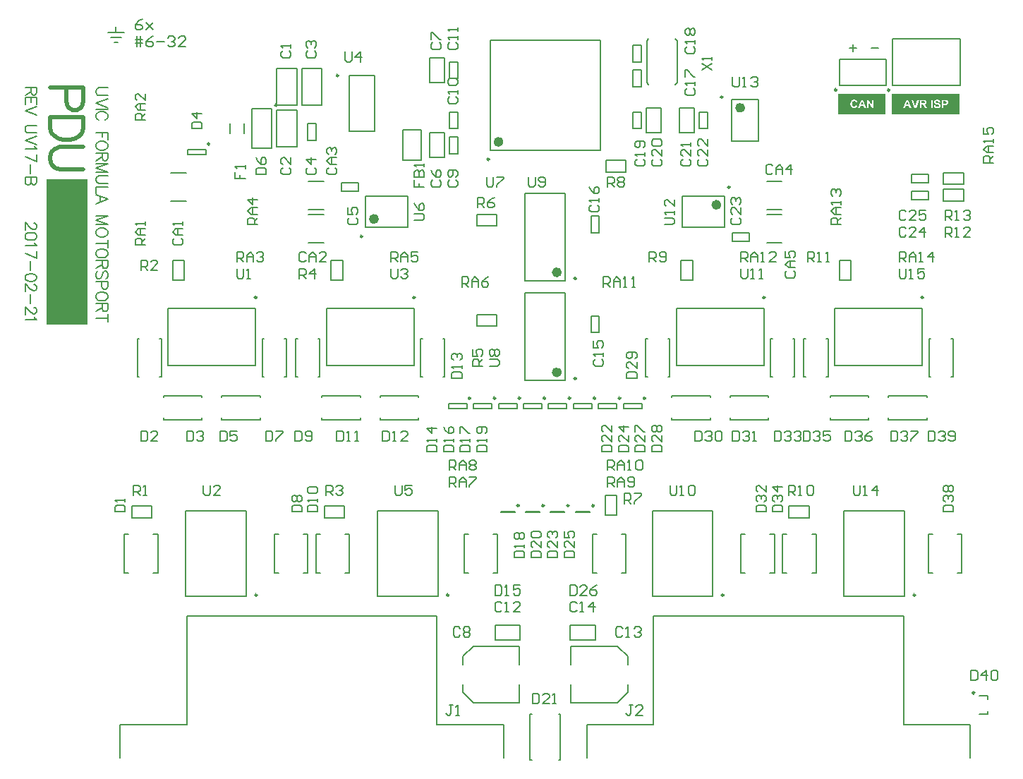
<source format=gto>
G04 Layer_Color=65535*
%FSLAX25Y25*%
%MOIN*%
G70*
G01*
G75*
%ADD47C,0.00787*%
%ADD50C,0.01968*%
%ADD72C,0.00984*%
%ADD73C,0.02362*%
%ADD74R,0.19685X0.68504*%
G36*
X416693Y325590D02*
X394488D01*
Y335433D01*
X416693D01*
Y325590D01*
D02*
G37*
G36*
X451732D02*
X419685D01*
Y335433D01*
X451732D01*
Y325590D01*
D02*
G37*
%LPC*%
G36*
X411060Y332434D02*
X410341D01*
Y329854D01*
X408755Y332434D01*
X408007D01*
Y328590D01*
X408726D01*
Y331111D01*
X410282Y328590D01*
X411060D01*
Y332434D01*
D02*
G37*
G36*
X401987Y332498D02*
X401917D01*
X401770Y332492D01*
X401630Y332474D01*
X401496Y332451D01*
X401373Y332416D01*
X401256Y332375D01*
X401150Y332328D01*
X401051Y332281D01*
X400963Y332235D01*
X400881Y332182D01*
X400811Y332135D01*
X400753Y332088D01*
X400700Y332047D01*
X400665Y332012D01*
X400636Y331989D01*
X400618Y331971D01*
X400612Y331965D01*
X400524Y331860D01*
X400448Y331749D01*
X400384Y331632D01*
X400326Y331509D01*
X400279Y331386D01*
X400244Y331258D01*
X400209Y331141D01*
X400185Y331018D01*
X400162Y330907D01*
X400144Y330807D01*
X400138Y330714D01*
X400127Y330632D01*
Y330567D01*
X400121Y330515D01*
Y330486D01*
Y330474D01*
X400127Y330310D01*
X400144Y330152D01*
X400168Y330006D01*
X400197Y329871D01*
X400238Y329743D01*
X400279Y329626D01*
X400320Y329514D01*
X400366Y329421D01*
X400413Y329333D01*
X400454Y329257D01*
X400501Y329193D01*
X400536Y329140D01*
X400565Y329099D01*
X400589Y329070D01*
X400606Y329052D01*
X400612Y329046D01*
X400706Y328953D01*
X400805Y328877D01*
X400911Y328806D01*
X401016Y328748D01*
X401121Y328695D01*
X401227Y328654D01*
X401326Y328619D01*
X401425Y328590D01*
X401519Y328567D01*
X401601Y328555D01*
X401677Y328543D01*
X401741Y328532D01*
X401794D01*
X401835Y328526D01*
X401870D01*
X401981Y328532D01*
X402092Y328537D01*
X402192Y328555D01*
X402291Y328573D01*
X402379Y328596D01*
X402461Y328619D01*
X402537Y328649D01*
X402607Y328678D01*
X402671Y328707D01*
X402730Y328736D01*
X402777Y328760D01*
X402818Y328783D01*
X402847Y328801D01*
X402870Y328818D01*
X402882Y328824D01*
X402888Y328830D01*
X402964Y328888D01*
X403028Y328959D01*
X403151Y329105D01*
X403251Y329263D01*
X403327Y329415D01*
X403362Y329485D01*
X403391Y329555D01*
X403414Y329614D01*
X403432Y329666D01*
X403449Y329713D01*
X403461Y329743D01*
X403467Y329766D01*
Y329772D01*
X402712Y330006D01*
X402671Y329854D01*
X402619Y329731D01*
X402566Y329620D01*
X402514Y329532D01*
X402467Y329468D01*
X402426Y329415D01*
X402402Y329392D01*
X402391Y329380D01*
X402303Y329315D01*
X402215Y329269D01*
X402127Y329234D01*
X402040Y329210D01*
X401969Y329199D01*
X401911Y329193D01*
X401888Y329187D01*
X401858D01*
X401782Y329193D01*
X401712Y329199D01*
X401577Y329234D01*
X401460Y329280D01*
X401361Y329339D01*
X401285Y329397D01*
X401227Y329444D01*
X401191Y329479D01*
X401186Y329485D01*
X401180Y329491D01*
X401133Y329555D01*
X401098Y329626D01*
X401063Y329702D01*
X401033Y329784D01*
X400987Y329959D01*
X400957Y330129D01*
X400946Y330210D01*
X400934Y330287D01*
X400928Y330351D01*
Y330415D01*
X400922Y330462D01*
Y330503D01*
Y330526D01*
Y330532D01*
X400928Y330655D01*
X400934Y330772D01*
X400946Y330883D01*
X400963Y330977D01*
X400981Y331070D01*
X401004Y331152D01*
X401028Y331223D01*
X401057Y331287D01*
X401080Y331345D01*
X401104Y331392D01*
X401127Y331433D01*
X401145Y331468D01*
X401162Y331492D01*
X401174Y331515D01*
X401186Y331521D01*
Y331527D01*
X401238Y331579D01*
X401291Y331632D01*
X401349Y331673D01*
X401402Y331708D01*
X401519Y331761D01*
X401630Y331796D01*
X401730Y331819D01*
X401770Y331825D01*
X401806Y331831D01*
X401835Y331837D01*
X401876D01*
X401987Y331831D01*
X402086Y331808D01*
X402180Y331784D01*
X402256Y331749D01*
X402320Y331720D01*
X402361Y331691D01*
X402391Y331667D01*
X402402Y331661D01*
X402478Y331591D01*
X402537Y331515D01*
X402590Y331439D01*
X402625Y331363D01*
X402654Y331293D01*
X402677Y331240D01*
X402683Y331205D01*
X402689Y331199D01*
Y331193D01*
X403455Y331375D01*
X403403Y331539D01*
X403338Y331679D01*
X403268Y331796D01*
X403204Y331895D01*
X403145Y331977D01*
X403098Y332030D01*
X403069Y332065D01*
X403063Y332077D01*
X403057D01*
X402970Y332153D01*
X402882Y332217D01*
X402788Y332270D01*
X402695Y332322D01*
X402601Y332363D01*
X402502Y332393D01*
X402414Y332422D01*
X402320Y332445D01*
X402239Y332463D01*
X402162Y332474D01*
X402092Y332486D01*
X402034Y332492D01*
X401987Y332498D01*
D02*
G37*
G36*
X406053Y332434D02*
X405234D01*
X403742Y328590D01*
X404561D01*
X404877Y329462D01*
X406427D01*
X406755Y328590D01*
X407597D01*
X406053Y332434D01*
D02*
G37*
%LPD*%
G36*
X406176Y330111D02*
X405117D01*
X405637Y331539D01*
X406176Y330111D01*
D02*
G37*
%LPC*%
G36*
X434661Y332436D02*
X432942D01*
Y328593D01*
X433720D01*
Y330196D01*
X433965D01*
X434047Y330190D01*
X434112Y330184D01*
X434164Y330172D01*
X434205Y330167D01*
X434235Y330155D01*
X434252Y330149D01*
X434258D01*
X434305Y330132D01*
X434346Y330108D01*
X434422Y330055D01*
X434451Y330032D01*
X434474Y330009D01*
X434486Y329997D01*
X434492Y329991D01*
X434515Y329968D01*
X434539Y329933D01*
X434603Y329851D01*
X434673Y329763D01*
X434738Y329664D01*
X434802Y329570D01*
X434831Y329535D01*
X434855Y329494D01*
X434872Y329465D01*
X434890Y329441D01*
X434896Y329430D01*
X434901Y329424D01*
X435451Y328593D01*
X436381D01*
X435913Y329342D01*
X435861Y329424D01*
X435814Y329494D01*
X435773Y329564D01*
X435726Y329628D01*
X435656Y329734D01*
X435592Y329821D01*
X435539Y329886D01*
X435504Y329927D01*
X435480Y329956D01*
X435475Y329962D01*
X435410Y330026D01*
X435340Y330085D01*
X435270Y330143D01*
X435206Y330190D01*
X435147Y330231D01*
X435100Y330260D01*
X435071Y330278D01*
X435065Y330284D01*
X435059D01*
X435153Y330301D01*
X435235Y330319D01*
X435317Y330342D01*
X435387Y330371D01*
X435457Y330401D01*
X435522Y330430D01*
X435574Y330459D01*
X435627Y330488D01*
X435668Y330518D01*
X435709Y330547D01*
X435738Y330576D01*
X435767Y330594D01*
X435785Y330617D01*
X435802Y330629D01*
X435814Y330635D01*
Y330641D01*
X435861Y330693D01*
X435902Y330752D01*
X435960Y330869D01*
X436007Y330992D01*
X436042Y331103D01*
X436060Y331202D01*
X436065Y331243D01*
Y331284D01*
X436071Y331313D01*
Y331337D01*
Y331348D01*
Y331354D01*
X436065Y331477D01*
X436048Y331594D01*
X436019Y331694D01*
X435990Y331781D01*
X435954Y331857D01*
X435931Y331910D01*
X435908Y331945D01*
X435902Y331957D01*
X435831Y332050D01*
X435761Y332126D01*
X435685Y332191D01*
X435615Y332243D01*
X435551Y332284D01*
X435498Y332314D01*
X435463Y332325D01*
X435457Y332331D01*
X435451D01*
X435399Y332349D01*
X435334Y332366D01*
X435194Y332390D01*
X435048Y332413D01*
X434901Y332425D01*
X434837Y332431D01*
X434714D01*
X434661Y332436D01*
D02*
G37*
G36*
X439061D02*
X438283D01*
Y328593D01*
X439061D01*
Y332436D01*
D02*
G37*
G36*
X444852D02*
X443378D01*
Y328593D01*
X444156D01*
Y330044D01*
X444846D01*
X444928Y330050D01*
X445004D01*
X445080Y330055D01*
X445145Y330061D01*
X445203Y330067D01*
X445256Y330073D01*
X445303D01*
X445344Y330079D01*
X445379Y330085D01*
X445408Y330091D01*
X445431D01*
X445449Y330097D01*
X445461D01*
X445537Y330120D01*
X445613Y330143D01*
X445677Y330172D01*
X445741Y330208D01*
X445788Y330231D01*
X445829Y330254D01*
X445858Y330272D01*
X445864Y330278D01*
X445934Y330336D01*
X445999Y330395D01*
X446057Y330459D01*
X446104Y330523D01*
X446139Y330576D01*
X446169Y330617D01*
X446186Y330646D01*
X446192Y330658D01*
X446233Y330752D01*
X446268Y330851D01*
X446291Y330951D01*
X446303Y331044D01*
X446315Y331126D01*
X446321Y331190D01*
Y331214D01*
Y331231D01*
Y331243D01*
Y331249D01*
X446309Y331413D01*
X446285Y331559D01*
X446250Y331688D01*
X446209Y331799D01*
X446163Y331881D01*
X446145Y331916D01*
X446128Y331945D01*
X446116Y331968D01*
X446104Y331986D01*
X446092Y331992D01*
Y331998D01*
X446005Y332097D01*
X445911Y332179D01*
X445823Y332249D01*
X445736Y332296D01*
X445659Y332337D01*
X445595Y332360D01*
X445572Y332366D01*
X445560Y332372D01*
X445548Y332378D01*
X445542D01*
X445496Y332390D01*
X445443Y332396D01*
X445379Y332407D01*
X445308Y332413D01*
X445156Y332425D01*
X444999Y332431D01*
X444922D01*
X444852Y332436D01*
D02*
G37*
G36*
X432550D02*
X431719D01*
X430783Y329593D01*
X429806Y332436D01*
X428969D01*
X430344Y328593D01*
X431181D01*
X432550Y332436D01*
D02*
G37*
G36*
X427408D02*
X426588D01*
X425097Y328593D01*
X425916D01*
X426232Y329465D01*
X427782D01*
X428110Y328593D01*
X428952D01*
X427408Y332436D01*
D02*
G37*
G36*
X441202Y332501D02*
X441132D01*
X440974Y332495D01*
X440827Y332477D01*
X440699Y332460D01*
X440588Y332436D01*
X440500Y332407D01*
X440465Y332396D01*
X440436Y332390D01*
X440412Y332378D01*
X440389Y332372D01*
X440383Y332366D01*
X440377D01*
X440266Y332314D01*
X440172Y332249D01*
X440090Y332185D01*
X440026Y332121D01*
X439973Y332062D01*
X439932Y332015D01*
X439909Y331986D01*
X439903Y331980D01*
Y331974D01*
X439851Y331875D01*
X439810Y331781D01*
X439780Y331688D01*
X439763Y331606D01*
X439751Y331530D01*
X439739Y331477D01*
Y331454D01*
Y331436D01*
Y331430D01*
Y331424D01*
X439745Y331343D01*
X439757Y331261D01*
X439774Y331185D01*
X439792Y331114D01*
X439851Y330980D01*
X439915Y330869D01*
X439950Y330822D01*
X439979Y330775D01*
X440008Y330740D01*
X440038Y330711D01*
X440055Y330687D01*
X440073Y330670D01*
X440085Y330658D01*
X440090Y330652D01*
X440143Y330611D01*
X440202Y330570D01*
X440330Y330494D01*
X440476Y330430D01*
X440623Y330377D01*
X440751Y330330D01*
X440810Y330313D01*
X440863Y330301D01*
X440904Y330290D01*
X440933Y330278D01*
X440956Y330272D01*
X440962D01*
X441050Y330249D01*
X441126Y330231D01*
X441196Y330213D01*
X441260Y330196D01*
X441319Y330178D01*
X441366Y330167D01*
X441412Y330155D01*
X441447Y330143D01*
X441506Y330126D01*
X441547Y330114D01*
X441570Y330102D01*
X441576D01*
X441646Y330073D01*
X441705Y330044D01*
X441752Y330020D01*
X441793Y329991D01*
X441822Y329968D01*
X441840Y329950D01*
X441851Y329939D01*
X441857Y329933D01*
X441886Y329898D01*
X441904Y329857D01*
X441927Y329786D01*
X441933Y329751D01*
X441939Y329728D01*
Y329710D01*
Y329704D01*
X441933Y329628D01*
X441910Y329558D01*
X441880Y329494D01*
X441845Y329441D01*
X441804Y329395D01*
X441775Y329365D01*
X441752Y329342D01*
X441746Y329336D01*
X441670Y329283D01*
X441582Y329242D01*
X441489Y329219D01*
X441395Y329196D01*
X441313Y329184D01*
X441249Y329178D01*
X441184D01*
X441056Y329184D01*
X440944Y329207D01*
X440851Y329237D01*
X440769Y329266D01*
X440705Y329301D01*
X440658Y329324D01*
X440628Y329348D01*
X440617Y329353D01*
X440547Y329430D01*
X440488Y329517D01*
X440441Y329611D01*
X440406Y329699D01*
X440377Y329786D01*
X440359Y329851D01*
X440354Y329880D01*
Y329898D01*
X440348Y329909D01*
Y329915D01*
X439593Y329839D01*
X439611Y329722D01*
X439634Y329611D01*
X439663Y329506D01*
X439692Y329412D01*
X439734Y329324D01*
X439769Y329242D01*
X439810Y329172D01*
X439851Y329102D01*
X439891Y329049D01*
X439926Y328997D01*
X439962Y328956D01*
X439991Y328921D01*
X440020Y328891D01*
X440038Y328874D01*
X440049Y328862D01*
X440055Y328856D01*
X440131Y328798D01*
X440219Y328745D01*
X440307Y328704D01*
X440394Y328663D01*
X440488Y328634D01*
X440582Y328605D01*
X440763Y328564D01*
X440851Y328552D01*
X440927Y328540D01*
X440997Y328535D01*
X441056Y328529D01*
X441108Y328523D01*
X441178D01*
X441360Y328529D01*
X441518Y328546D01*
X441658Y328564D01*
X441781Y328593D01*
X441834Y328605D01*
X441880Y328616D01*
X441916Y328628D01*
X441951Y328634D01*
X441974Y328646D01*
X441992Y328651D01*
X442003Y328657D01*
X442009D01*
X442132Y328716D01*
X442231Y328786D01*
X442325Y328856D01*
X442395Y328926D01*
X442454Y328985D01*
X442495Y329038D01*
X442524Y329073D01*
X442530Y329079D01*
Y329084D01*
X442594Y329196D01*
X442641Y329307D01*
X442670Y329412D01*
X442694Y329506D01*
X442705Y329588D01*
X442717Y329652D01*
Y329675D01*
Y329693D01*
Y329704D01*
Y329710D01*
X442711Y329839D01*
X442694Y329956D01*
X442664Y330061D01*
X442641Y330149D01*
X442612Y330219D01*
X442582Y330278D01*
X442565Y330307D01*
X442559Y330319D01*
X442495Y330406D01*
X442430Y330488D01*
X442360Y330553D01*
X442290Y330611D01*
X442231Y330652D01*
X442185Y330687D01*
X442149Y330705D01*
X442144Y330711D01*
X442138D01*
X442085Y330740D01*
X442027Y330763D01*
X441892Y330816D01*
X441758Y330857D01*
X441617Y330904D01*
X441494Y330933D01*
X441442Y330951D01*
X441395Y330962D01*
X441354Y330974D01*
X441325Y330980D01*
X441307Y330986D01*
X441301D01*
X441202Y331009D01*
X441108Y331038D01*
X441026Y331062D01*
X440956Y331085D01*
X440886Y331103D01*
X440833Y331126D01*
X440781Y331144D01*
X440740Y331167D01*
X440699Y331185D01*
X440669Y331196D01*
X440623Y331220D01*
X440599Y331237D01*
X440593Y331243D01*
X440558Y331284D01*
X440529Y331319D01*
X440512Y331360D01*
X440494Y331395D01*
X440488Y331430D01*
X440482Y331454D01*
Y331471D01*
Y331477D01*
X440488Y331530D01*
X440500Y331576D01*
X440517Y331617D01*
X440541Y331653D01*
X440564Y331682D01*
X440582Y331699D01*
X440593Y331711D01*
X440599Y331717D01*
X440675Y331764D01*
X440763Y331799D01*
X440851Y331822D01*
X440933Y331840D01*
X441009Y331852D01*
X441073Y331857D01*
X441126D01*
X441243Y331852D01*
X441342Y331834D01*
X441424Y331816D01*
X441494Y331793D01*
X441547Y331764D01*
X441582Y331746D01*
X441606Y331729D01*
X441611Y331723D01*
X441670Y331670D01*
X441717Y331606D01*
X441752Y331536D01*
X441781Y331465D01*
X441804Y331401D01*
X441816Y331348D01*
X441828Y331313D01*
Y331307D01*
Y331302D01*
X442606Y331331D01*
X442600Y331424D01*
X442582Y331518D01*
X442559Y331606D01*
X442536Y331688D01*
X442471Y331828D01*
X442442Y331892D01*
X442407Y331951D01*
X442372Y332004D01*
X442337Y332050D01*
X442308Y332091D01*
X442278Y332121D01*
X442255Y332144D01*
X442237Y332161D01*
X442226Y332173D01*
X442220Y332179D01*
X442149Y332238D01*
X442068Y332284D01*
X441986Y332331D01*
X441898Y332366D01*
X441717Y332425D01*
X441541Y332460D01*
X441459Y332472D01*
X441383Y332483D01*
X441313Y332489D01*
X441249Y332495D01*
X441202Y332501D01*
D02*
G37*
%LPD*%
G36*
X434656Y331781D02*
X434773D01*
X434825Y331775D01*
X434855D01*
X434872Y331770D01*
X434878D01*
X434942Y331752D01*
X435001Y331734D01*
X435048Y331711D01*
X435089Y331682D01*
X435124Y331658D01*
X435147Y331635D01*
X435159Y331623D01*
X435165Y331617D01*
X435200Y331571D01*
X435223Y331518D01*
X435247Y331465D01*
X435258Y331419D01*
X435264Y331378D01*
X435270Y331343D01*
Y331313D01*
Y331307D01*
X435264Y331243D01*
X435258Y331190D01*
X435247Y331138D01*
X435229Y331097D01*
X435211Y331062D01*
X435200Y331038D01*
X435194Y331021D01*
X435188Y331015D01*
X435159Y330974D01*
X435124Y330945D01*
X435053Y330892D01*
X435018Y330880D01*
X434995Y330869D01*
X434977Y330857D01*
X434972D01*
X434942Y330851D01*
X434901Y330839D01*
X434860Y330834D01*
X434808Y330828D01*
X434697Y330822D01*
X434580Y330816D01*
X434469Y330810D01*
X433720D01*
Y331787D01*
X434603D01*
X434656Y331781D01*
D02*
G37*
G36*
X444788D02*
X444887Y331775D01*
X444963D01*
X445016Y331770D01*
X445051Y331764D01*
X445075Y331758D01*
X445080D01*
X445151Y331740D01*
X445209Y331717D01*
X445268Y331688D01*
X445308Y331658D01*
X445350Y331629D01*
X445373Y331606D01*
X445390Y331588D01*
X445396Y331582D01*
X445437Y331530D01*
X445467Y331471D01*
X445490Y331413D01*
X445502Y331360D01*
X445513Y331313D01*
X445519Y331272D01*
Y331249D01*
Y331237D01*
X445513Y331179D01*
X445507Y331120D01*
X445490Y331068D01*
X445478Y331027D01*
X445461Y330992D01*
X445443Y330962D01*
X445437Y330945D01*
X445431Y330939D01*
X445396Y330892D01*
X445355Y330857D01*
X445314Y330822D01*
X445273Y330799D01*
X445238Y330775D01*
X445209Y330763D01*
X445191Y330757D01*
X445186Y330752D01*
X445156Y330740D01*
X445116Y330734D01*
X445028Y330717D01*
X444928Y330705D01*
X444823Y330699D01*
X444729D01*
X444688Y330693D01*
X444156D01*
Y331787D01*
X444735D01*
X444788Y331781D01*
D02*
G37*
G36*
X427530Y330114D02*
X426472D01*
X426992Y331541D01*
X427530Y330114D01*
D02*
G37*
D47*
X292913Y186614D02*
X301575D01*
X292913Y188976D02*
X301575D01*
X292913Y186614D02*
Y188976D01*
X301575Y186614D02*
Y188976D01*
X281102Y186614D02*
X289764D01*
X281102Y188976D02*
X289764D01*
X281102Y186614D02*
Y188976D01*
X289764Y186614D02*
Y188976D01*
X269291Y186614D02*
X277953D01*
X269291Y188976D02*
X277953D01*
X269291Y186614D02*
Y188976D01*
X277953Y186614D02*
Y188976D01*
X257480Y186614D02*
X266142D01*
X257480Y188976D02*
X266142D01*
X257480Y186614D02*
Y188976D01*
X266142Y186614D02*
Y188976D01*
X245669Y186614D02*
X254331D01*
X245669Y188976D02*
X254331D01*
X245669Y186614D02*
Y188976D01*
X254331Y186614D02*
Y188976D01*
X233858Y186614D02*
X242520D01*
X233858Y188976D02*
X242520D01*
X233858Y186614D02*
Y188976D01*
X242520Y186614D02*
Y188976D01*
X222047Y186614D02*
X230709D01*
X222047Y188976D02*
X230709D01*
X222047Y186614D02*
Y188976D01*
X230709Y186614D02*
Y188976D01*
X210236Y186614D02*
X218898D01*
X210236Y188976D02*
X218898D01*
X210236Y186614D02*
Y188976D01*
X218898Y186614D02*
Y188976D01*
X360630Y278346D02*
X367717D01*
X360630Y264961D02*
X367717D01*
X360630Y280709D02*
X367717D01*
X360630Y294094D02*
X367717D01*
X144095D02*
X151181D01*
X144095Y280709D02*
X151181D01*
X144095Y278346D02*
X151181D01*
X144095Y264961D02*
X151181D01*
X444095Y284646D02*
X453543D01*
X444095D02*
Y290158D01*
X453543D01*
Y284646D02*
Y290158D01*
X444095Y292520D02*
X453543D01*
X444095D02*
Y298031D01*
X453543D01*
Y292520D02*
Y298031D01*
X395000Y351575D02*
X417047D01*
Y339370D02*
Y351575D01*
X395000Y339370D02*
X417047D01*
X395000D02*
Y351575D01*
X419921Y339370D02*
Y361417D01*
Y339370D02*
X451968D01*
X419921Y361417D02*
X451968D01*
Y339370D02*
Y361417D01*
X320669Y286811D02*
X340748D01*
X320669Y272244D02*
X340748D01*
Y286811D01*
X320669Y272244D02*
Y286811D01*
X171063Y272244D02*
X191142D01*
X171063Y286811D02*
X191142D01*
X171063Y272244D02*
Y286811D01*
X191142Y272244D02*
Y286811D01*
X210630Y326772D02*
X214567D01*
X210630Y318898D02*
Y326772D01*
Y318898D02*
X214567D01*
Y326772D01*
X210630Y314961D02*
X214567D01*
X210630Y307087D02*
Y314961D01*
Y307087D02*
X214567D01*
Y314961D01*
X201181Y316929D02*
X208268D01*
X201181Y305118D02*
X208268D01*
Y316929D01*
X201181Y305118D02*
Y316929D01*
X297244Y326772D02*
X301181D01*
X297244Y318898D02*
Y326772D01*
Y318898D02*
X301181D01*
Y326772D01*
X210630Y342520D02*
X214567D01*
Y350394D01*
X210630D02*
X214567D01*
X210630Y342520D02*
Y350394D01*
X303543Y328740D02*
X310630D01*
X303543Y316929D02*
X310630D01*
Y328740D01*
X303543Y316929D02*
Y328740D01*
X201181Y340551D02*
X208268D01*
X201181Y352362D02*
X208268D01*
X201181Y340551D02*
Y352362D01*
X208268Y340551D02*
Y352362D01*
X297244Y346457D02*
X301181D01*
X297244Y338583D02*
Y346457D01*
Y338583D02*
X301181D01*
Y346457D01*
X297244Y350394D02*
X301181D01*
Y358268D01*
X297244D02*
X301181D01*
X297244Y350394D02*
Y358268D01*
X328740Y326772D02*
X332677D01*
X328740Y318898D02*
Y326772D01*
Y318898D02*
X332677D01*
Y326772D01*
X319291Y328740D02*
X326378D01*
X319291Y316929D02*
X326378D01*
Y328740D01*
X319291Y316929D02*
Y328740D01*
X216929Y65748D02*
Y69488D01*
X221850Y74409D01*
X216929Y52559D02*
X221850Y47638D01*
X216929Y52559D02*
Y56299D01*
X221850Y74409D02*
X243701D01*
Y65748D02*
Y74409D01*
Y47638D02*
Y56299D01*
X221850Y47638D02*
X243701D01*
X140945Y347244D02*
X150394D01*
X140945Y329921D02*
Y347244D01*
Y329921D02*
X150394D01*
Y347244D01*
X364173Y109055D02*
Y127165D01*
X348425Y109055D02*
Y127165D01*
X362165D02*
X364173D01*
X362165Y109055D02*
X364173D01*
X348425Y127165D02*
X350433D01*
X348425Y109055D02*
X350433D01*
X143701Y109055D02*
Y127165D01*
X127953Y109055D02*
Y127165D01*
X141693D02*
X143701D01*
X141693Y109055D02*
X143701D01*
X127953Y127165D02*
X129961D01*
X127953Y109055D02*
X129961D01*
X294094Y109055D02*
Y127165D01*
X278346Y109055D02*
Y127165D01*
X292087D02*
X294094D01*
X292087Y109055D02*
X294094D01*
X278346Y127165D02*
X280354D01*
X278346Y109055D02*
X280354D01*
X72835Y109055D02*
Y127165D01*
X57087Y109055D02*
Y127165D01*
X70827D02*
X72835D01*
X70827Y109055D02*
X72835D01*
X57087Y127165D02*
X59094D01*
X57087Y109055D02*
X59094D01*
X452756Y109055D02*
Y127165D01*
X437008Y109055D02*
Y127165D01*
X450748D02*
X452756D01*
X450748Y109055D02*
X452756D01*
X437008Y127165D02*
X439016D01*
X437008Y109055D02*
X439016D01*
X233465Y109055D02*
Y127165D01*
X217717Y109055D02*
Y127165D01*
X231457D02*
X233465D01*
X231457Y109055D02*
X233465D01*
X217717Y127165D02*
X219724D01*
X217717Y109055D02*
X219724D01*
X122244Y201575D02*
X123150D01*
X122244Y219685D02*
X123150D01*
X132756Y201575D02*
X133661D01*
X132756Y219685D02*
X133661D01*
X122244Y201575D02*
Y219685D01*
X133661Y201575D02*
Y219685D01*
X362402Y201575D02*
X363307D01*
X362402Y219685D02*
X363307D01*
X372914Y201575D02*
X373819D01*
X372914Y219685D02*
X373819D01*
X362402Y201575D02*
Y219685D01*
X373819Y201575D02*
Y219685D01*
X103149Y191811D02*
Y192717D01*
X121260Y191811D02*
Y192717D01*
X103149Y181299D02*
Y182205D01*
X121260Y181299D02*
Y182205D01*
X103149Y192717D02*
X121260D01*
X103149Y181299D02*
X121260D01*
X343307Y191811D02*
Y192717D01*
X361418Y191811D02*
Y192717D01*
X343307Y181299D02*
Y182205D01*
X361418Y181299D02*
Y182205D01*
X343307Y192717D02*
X361418D01*
X343307Y181299D02*
X361418D01*
X93701Y181299D02*
Y182205D01*
X75590Y181299D02*
Y182205D01*
X93701Y191811D02*
Y192717D01*
X75590Y191811D02*
Y192717D01*
Y181299D02*
X93701D01*
X75590Y192717D02*
X93701D01*
X333858Y181299D02*
Y182205D01*
X315748Y181299D02*
Y182205D01*
X333858Y191811D02*
Y192717D01*
X315748Y191811D02*
Y192717D01*
Y181299D02*
X333858D01*
X315748Y192717D02*
X333858D01*
X63189Y201575D02*
X64095D01*
X63189Y219685D02*
X64095D01*
X73701Y201575D02*
X74606D01*
X73701Y219685D02*
X74606D01*
X63189Y201575D02*
Y219685D01*
X74606Y201575D02*
Y219685D01*
X303346Y201575D02*
X304252D01*
X303346Y219685D02*
X304252D01*
X313858Y201575D02*
X314764D01*
X313858Y219685D02*
X314764D01*
X303346Y201575D02*
Y219685D01*
X314764Y201575D02*
Y219685D01*
X197047Y201575D02*
X197953D01*
X197047Y219685D02*
X197953D01*
X207559Y201575D02*
X208465D01*
X207559Y219685D02*
X208465D01*
X197047Y201575D02*
Y219685D01*
X208465Y201575D02*
Y219685D01*
X437205Y201575D02*
X438110D01*
X437205Y219685D02*
X438110D01*
X447717Y201575D02*
X448622D01*
X447717Y219685D02*
X448622D01*
X437205Y201575D02*
Y219685D01*
X448622Y201575D02*
Y219685D01*
X177953Y191811D02*
Y192717D01*
X196063Y191811D02*
Y192717D01*
X177953Y181299D02*
Y182205D01*
X196063Y181299D02*
Y182205D01*
X177953Y192717D02*
X196063D01*
X177953Y181299D02*
X196063D01*
X418110Y191811D02*
Y192717D01*
X436221Y191811D02*
Y192717D01*
X418110Y181299D02*
Y182205D01*
X436221Y181299D02*
Y182205D01*
X418110Y192717D02*
X436221D01*
X418110Y181299D02*
X436221D01*
X168504Y181299D02*
Y182205D01*
X150394Y181299D02*
Y182205D01*
X168504Y191811D02*
Y192717D01*
X150394Y191811D02*
Y192717D01*
Y181299D02*
X168504D01*
X150394Y192717D02*
X168504D01*
X408662Y181299D02*
Y182205D01*
X390551Y181299D02*
Y182205D01*
X408662Y191811D02*
Y192717D01*
X390551Y191811D02*
Y192717D01*
Y181299D02*
X408662D01*
X390551Y192717D02*
X408662D01*
X137992Y201575D02*
X138898D01*
X137992Y219685D02*
X138898D01*
X148504Y201575D02*
X149409D01*
X148504Y219685D02*
X149409D01*
X137992Y201575D02*
Y219685D01*
X149409Y201575D02*
Y219685D01*
X378150Y201575D02*
X379055D01*
X378150Y219685D02*
X379055D01*
X388661Y201575D02*
X389567D01*
X388661Y219685D02*
X389567D01*
X378150Y201575D02*
Y219685D01*
X389567Y201575D02*
Y219685D01*
X383858Y109055D02*
Y127165D01*
X368110Y109055D02*
Y127165D01*
X381851D02*
X383858D01*
X381851Y109055D02*
X383858D01*
X368110Y127165D02*
X370118D01*
X368110Y109055D02*
X370118D01*
X163386Y109055D02*
Y127165D01*
X147638Y109055D02*
Y127165D01*
X161378D02*
X163386D01*
X161378Y109055D02*
X163386D01*
X147638Y127165D02*
X149646D01*
X147638Y109055D02*
X149646D01*
X117323Y328346D02*
X126772D01*
X117323Y309449D02*
Y328346D01*
Y309449D02*
X126772D01*
Y328346D01*
X55118Y21654D02*
Y37402D01*
X236220Y21654D02*
Y37402D01*
X204724D02*
X236220D01*
X204724D02*
Y88583D01*
X86614D02*
X204724D01*
X86614Y37402D02*
Y88583D01*
X55118Y37402D02*
X86614D01*
X275591Y21654D02*
Y37402D01*
X456693Y21654D02*
Y37402D01*
X425197D02*
X456693D01*
X425197D02*
Y88583D01*
X307087D02*
X425197D01*
X307087Y37402D02*
Y88583D01*
X275591Y37402D02*
X307087D01*
X163189Y317520D02*
Y343898D01*
X175394Y317520D02*
Y343898D01*
X163189D02*
X175394D01*
X163189Y317520D02*
X175394D01*
X281890Y308661D02*
Y360630D01*
X229921Y308661D02*
Y360630D01*
X281890D01*
X229921Y308661D02*
X281890D01*
X77756Y234055D02*
X119095D01*
X77756Y206890D02*
X119095D01*
Y234055D01*
X77756Y206890D02*
Y234055D01*
X152559Y206890D02*
Y234055D01*
X193898Y206890D02*
Y234055D01*
X152559Y206890D02*
X193898D01*
X152559Y234055D02*
X193898D01*
X317914D02*
X359252D01*
X317914Y206890D02*
X359252D01*
Y234055D01*
X317914Y206890D02*
Y234055D01*
X392717Y206890D02*
Y234055D01*
X434055Y206890D02*
Y234055D01*
X392717Y206890D02*
X434055D01*
X392717Y234055D02*
X434055D01*
X335138Y97835D02*
Y138386D01*
X306594Y97835D02*
Y138386D01*
Y97835D02*
X335138D01*
X306594Y138386D02*
X335138D01*
X86122Y138386D02*
X114665D01*
X86122Y97835D02*
X114665D01*
X86122D02*
Y138386D01*
X114665Y97835D02*
Y138386D01*
X425689Y97835D02*
Y138386D01*
X397146Y97835D02*
Y138386D01*
Y97835D02*
X425689D01*
X397146Y138386D02*
X425689D01*
X176673D02*
X205217D01*
X176673Y97835D02*
X205217D01*
X176673D02*
Y138386D01*
X205217Y97835D02*
Y138386D01*
X344094Y312992D02*
Y332677D01*
X356693Y312992D02*
Y332677D01*
X344094D02*
X356693D01*
X344094Y312992D02*
X356693D01*
X304626Y339665D02*
X304724D01*
X303839Y340453D02*
Y348032D01*
Y360335D01*
X304626Y361122D02*
X304724D01*
X317323D02*
X317421D01*
X318209Y352756D02*
Y360335D01*
X317323Y339665D02*
X317421D01*
X318209Y340453D02*
Y352756D01*
X303839Y340453D02*
X304626Y339665D01*
X303839Y360335D02*
X304626Y361122D01*
X317421D02*
X318209Y360335D01*
X317421Y339665D02*
X318209Y340453D01*
X265354Y199803D02*
Y241142D01*
X246457Y199803D02*
Y241142D01*
Y199803D02*
X265354D01*
X246457Y241142D02*
X265354D01*
Y247047D02*
Y288386D01*
X246457Y247047D02*
Y288386D01*
Y247047D02*
X265354D01*
X246457Y288386D02*
X265354D01*
X232283Y77165D02*
Y84252D01*
X244094Y77165D02*
Y84252D01*
X232283D02*
X244094D01*
X232283Y77165D02*
X244094D01*
X129134Y310236D02*
X138583D01*
Y327559D01*
X129134D02*
X138583D01*
X129134Y310236D02*
Y327559D01*
X129134Y347244D02*
X138583D01*
X129134Y329921D02*
Y347244D01*
Y329921D02*
X138583D01*
Y347244D01*
X143701Y313346D02*
X147638D01*
Y321220D01*
X143701D02*
X147638D01*
X143701Y313346D02*
Y321220D01*
X268110Y74409D02*
X289961D01*
X268110Y65748D02*
Y74409D01*
Y47638D02*
Y56299D01*
Y47638D02*
X289961D01*
X294882Y65748D02*
Y69488D01*
X289961Y74409D02*
X294882Y69488D01*
X289961Y47638D02*
X294882Y52559D01*
Y56299D01*
X262205Y42224D02*
X263091D01*
X248720D02*
X249606D01*
X262205Y20768D02*
X263091D01*
X248720D02*
X249606D01*
X263091D02*
Y42224D01*
X248720Y20768D02*
Y42224D01*
X106890Y316535D02*
Y321260D01*
X113583Y316535D02*
Y321260D01*
X279528Y77165D02*
Y84252D01*
X267717Y77165D02*
Y84252D01*
Y77165D02*
X279528D01*
X267717Y84252D02*
X279528D01*
X371161Y135039D02*
Y140551D01*
Y135039D02*
X380610D01*
Y140551D01*
X371161D02*
X380610D01*
X284252Y145669D02*
X289764D01*
X284252Y136221D02*
Y145669D01*
Y136221D02*
X289764D01*
Y145669D01*
X151575Y135039D02*
Y140551D01*
Y135039D02*
X161024D01*
Y140551D01*
X151575D02*
X161024D01*
X60630Y135039D02*
Y140551D01*
Y135039D02*
X70079D01*
Y140551D01*
X60630D02*
X70079D01*
X294094Y298425D02*
Y303937D01*
X284646D02*
X294094D01*
X284646Y298425D02*
Y303937D01*
Y298425D02*
X294094D01*
X159803Y289370D02*
Y293307D01*
Y289370D02*
X167677D01*
Y293307D01*
X159803D02*
X167677D01*
X352362Y265748D02*
Y269685D01*
X344488D02*
X352362D01*
X344488Y265748D02*
Y269685D01*
Y265748D02*
X352362D01*
X277559Y230315D02*
X281496D01*
X277559Y222441D02*
Y230315D01*
Y222441D02*
X281496D01*
Y230315D01*
X277559Y277559D02*
X281496D01*
X277559Y269685D02*
Y277559D01*
Y269685D02*
X281496D01*
Y277559D01*
X223622Y225590D02*
Y231102D01*
Y225590D02*
X233071D01*
Y231102D01*
X223622D02*
X233071D01*
X223622Y272835D02*
Y278346D01*
Y272835D02*
X233071D01*
Y278346D01*
X223622D02*
X233071D01*
X79921Y256693D02*
X85433D01*
X79921Y247244D02*
Y256693D01*
Y247244D02*
X85433D01*
Y256693D01*
X320079D02*
X325591D01*
X320079Y247244D02*
Y256693D01*
Y247244D02*
X325591D01*
Y256693D01*
X154724D02*
X160236D01*
X154724Y247244D02*
Y256693D01*
Y247244D02*
X160236D01*
Y256693D01*
X394882D02*
X400394D01*
X394882Y247244D02*
Y256693D01*
Y247244D02*
X400394D01*
Y256693D01*
X241535Y137598D02*
Y137992D01*
X234842Y137598D02*
Y137992D01*
X241535D01*
X234842Y137598D02*
X241535D01*
X246654D02*
X253346D01*
X246654Y137992D02*
X253346D01*
X246654Y137598D02*
Y137992D01*
X253346Y137598D02*
Y137992D01*
X265158Y137598D02*
Y137992D01*
X258465Y137598D02*
Y137992D01*
X265158D01*
X258465Y137598D02*
X265158D01*
X270276D02*
X276969D01*
X270276Y137992D02*
X276969D01*
X270276Y137598D02*
Y137992D01*
X276969Y137598D02*
Y137992D01*
X464862Y42126D02*
Y43701D01*
X460925Y42126D02*
X464862D01*
Y49213D02*
Y50787D01*
X460925D02*
X464862D01*
X429134Y293307D02*
Y297244D01*
Y293307D02*
X437008D01*
Y297244D01*
X429134D02*
X437008D01*
X429134Y285433D02*
Y289370D01*
Y285433D02*
X437008D01*
Y289370D01*
X429134D02*
X437008D01*
X188583Y318110D02*
X197244D01*
X188583Y303937D02*
Y318110D01*
Y303937D02*
X197244D01*
Y318110D01*
X79134Y284646D02*
X86221D01*
X79134Y298031D02*
X86221D01*
X53150Y364173D02*
Y366929D01*
X49213Y364173D02*
X57087D01*
X50787Y361811D02*
X55512D01*
X52362Y359449D02*
X53937D01*
X95669Y306693D02*
Y309055D01*
X87008Y306693D02*
Y309055D01*
X95669D01*
X87008Y306693D02*
X95669D01*
X65616Y370626D02*
X63910Y369774D01*
X62205Y368068D01*
Y366363D01*
X63058Y365510D01*
X64763D01*
X65616Y366363D01*
Y367215D01*
X64763Y368068D01*
X62205D01*
X67321Y368921D02*
X70732Y365510D01*
X69027Y367215D01*
X70732Y368921D01*
X67321Y365510D01*
X63058Y357480D02*
Y362597D01*
X64763D02*
Y357480D01*
X62205Y360891D02*
X64763D01*
X65616D01*
X62205Y359186D02*
X65616D01*
X70732Y362597D02*
X69027Y361744D01*
X67321Y360038D01*
Y358333D01*
X68174Y357480D01*
X69879D01*
X70732Y358333D01*
Y359186D01*
X69879Y360038D01*
X67321D01*
X72438D02*
X75849D01*
X77554Y361744D02*
X78407Y362597D01*
X80112D01*
X80965Y361744D01*
Y360891D01*
X80112Y360038D01*
X79260D01*
X80112D01*
X80965Y359186D01*
Y358333D01*
X80112Y357480D01*
X78407D01*
X77554Y358333D01*
X86082Y357480D02*
X82671D01*
X86082Y360891D01*
Y361744D01*
X85229Y362597D01*
X83523D01*
X82671Y361744D01*
X282679Y166142D02*
X287402D01*
Y168503D01*
X286614Y169290D01*
X283466D01*
X282679Y168503D01*
Y166142D01*
X287402Y174013D02*
Y170865D01*
X284253Y174013D01*
X283466D01*
X282679Y173226D01*
Y171652D01*
X283466Y170865D01*
X287402Y178736D02*
Y175587D01*
X284253Y178736D01*
X283466D01*
X282679Y177949D01*
Y176375D01*
X283466Y175587D01*
X290553Y166142D02*
X295276D01*
Y168503D01*
X294488Y169290D01*
X291340D01*
X290553Y168503D01*
Y166142D01*
X295276Y174013D02*
Y170865D01*
X292127Y174013D01*
X291340D01*
X290553Y173226D01*
Y171652D01*
X291340Y170865D01*
X295276Y177949D02*
X290553D01*
X292914Y175587D01*
Y178736D01*
X298427Y166142D02*
X303150D01*
Y168503D01*
X302362Y169290D01*
X299214D01*
X298427Y168503D01*
Y166142D01*
X303150Y174013D02*
Y170865D01*
X300001Y174013D01*
X299214D01*
X298427Y173226D01*
Y171652D01*
X299214Y170865D01*
X298427Y175587D02*
Y178736D01*
X299214D01*
X302362Y175587D01*
X303150D01*
X306301Y166142D02*
X311024D01*
Y168503D01*
X310237Y169290D01*
X307088D01*
X306301Y168503D01*
Y166142D01*
X311024Y174013D02*
Y170865D01*
X307875Y174013D01*
X307088D01*
X306301Y173226D01*
Y171652D01*
X307088Y170865D01*
Y175587D02*
X306301Y176375D01*
Y177949D01*
X307088Y178736D01*
X307875D01*
X308662Y177949D01*
X309449Y178736D01*
X310237D01*
X311024Y177949D01*
Y176375D01*
X310237Y175587D01*
X309449D01*
X308662Y176375D01*
X307875Y175587D01*
X307088D01*
X308662Y176375D02*
Y177949D01*
X200002Y166142D02*
X204724D01*
Y168503D01*
X203937Y169290D01*
X200789D01*
X200002Y168503D01*
Y166142D01*
X204724Y170865D02*
Y172439D01*
Y171652D01*
X200002D01*
X200789Y170865D01*
X204724Y177162D02*
X200002D01*
X202363Y174800D01*
Y177949D01*
X207876Y166142D02*
X212598D01*
Y168503D01*
X211811Y169290D01*
X208663D01*
X207876Y168503D01*
Y166142D01*
X212598Y170865D02*
Y172439D01*
Y171652D01*
X207876D01*
X208663Y170865D01*
X207876Y177949D02*
X208663Y176375D01*
X210237Y174800D01*
X211811D01*
X212598Y175587D01*
Y177162D01*
X211811Y177949D01*
X211024D01*
X210237Y177162D01*
Y174800D01*
X215750Y166142D02*
X220472D01*
Y168503D01*
X219685Y169290D01*
X216537D01*
X215750Y168503D01*
Y166142D01*
X220472Y170865D02*
Y172439D01*
Y171652D01*
X215750D01*
X216537Y170865D01*
X215750Y174800D02*
Y177949D01*
X216537D01*
X219685Y174800D01*
X220472D01*
X223624Y166142D02*
X228346D01*
Y168503D01*
X227559Y169290D01*
X224411D01*
X223624Y168503D01*
Y166142D01*
X228346Y170865D02*
Y172439D01*
Y171652D01*
X223624D01*
X224411Y170865D01*
X227559Y174800D02*
X228346Y175587D01*
Y177162D01*
X227559Y177949D01*
X224411D01*
X223624Y177162D01*
Y175587D01*
X224411Y174800D01*
X225198D01*
X225985Y175587D01*
Y177949D01*
X285433Y157480D02*
Y162203D01*
X287794D01*
X288582Y161416D01*
Y159842D01*
X287794Y159055D01*
X285433D01*
X287007D02*
X288582Y157480D01*
X290156D02*
Y160629D01*
X291730Y162203D01*
X293304Y160629D01*
Y157480D01*
Y159842D01*
X290156D01*
X294879Y157480D02*
X296453D01*
X295666D01*
Y162203D01*
X294879Y161416D01*
X298815D02*
X299602Y162203D01*
X301176D01*
X301963Y161416D01*
Y158267D01*
X301176Y157480D01*
X299602D01*
X298815Y158267D01*
Y161416D01*
X210630Y157480D02*
Y162203D01*
X212991D01*
X213778Y161416D01*
Y159842D01*
X212991Y159055D01*
X210630D01*
X212204D02*
X213778Y157480D01*
X215353D02*
Y160629D01*
X216927Y162203D01*
X218501Y160629D01*
Y157480D01*
Y159842D01*
X215353D01*
X220076Y161416D02*
X220863Y162203D01*
X222437D01*
X223224Y161416D01*
Y160629D01*
X222437Y159842D01*
X223224Y159055D01*
Y158267D01*
X222437Y157480D01*
X220863D01*
X220076Y158267D01*
Y159055D01*
X220863Y159842D01*
X220076Y160629D01*
Y161416D01*
X220863Y159842D02*
X222437D01*
X285433Y149606D02*
Y154329D01*
X287794D01*
X288582Y153542D01*
Y151968D01*
X287794Y151181D01*
X285433D01*
X287007D02*
X288582Y149606D01*
X290156D02*
Y152755D01*
X291730Y154329D01*
X293304Y152755D01*
Y149606D01*
Y151968D01*
X290156D01*
X294879Y150393D02*
X295666Y149606D01*
X297240D01*
X298027Y150393D01*
Y153542D01*
X297240Y154329D01*
X295666D01*
X294879Y153542D01*
Y152755D01*
X295666Y151968D01*
X298027D01*
X210630Y149606D02*
Y154329D01*
X212991D01*
X213778Y153542D01*
Y151968D01*
X212991Y151181D01*
X210630D01*
X212204D02*
X213778Y149606D01*
X215353D02*
Y152755D01*
X216927Y154329D01*
X218501Y152755D01*
Y149606D01*
Y151968D01*
X215353D01*
X220076Y154329D02*
X223224D01*
Y153542D01*
X220076Y150393D01*
Y149606D01*
X370080Y251574D02*
X369293Y250787D01*
Y249212D01*
X370080Y248425D01*
X373229D01*
X374016Y249212D01*
Y250787D01*
X373229Y251574D01*
X374016Y253148D02*
X370867D01*
X369293Y254722D01*
X370867Y256297D01*
X374016D01*
X371654D01*
Y253148D01*
X369293Y261019D02*
Y257871D01*
X371654D01*
X370867Y259445D01*
Y260232D01*
X371654Y261019D01*
X373229D01*
X374016Y260232D01*
Y258658D01*
X373229Y257871D01*
X363385Y301180D02*
X362598Y301967D01*
X361023D01*
X360236Y301180D01*
Y298031D01*
X361023Y297244D01*
X362598D01*
X363385Y298031D01*
X364959Y297244D02*
Y300393D01*
X366533Y301967D01*
X368108Y300393D01*
Y297244D01*
Y299605D01*
X364959D01*
X372043Y297244D02*
Y301967D01*
X369682Y299605D01*
X372831D01*
X153545Y300393D02*
X152757Y299605D01*
Y298031D01*
X153545Y297244D01*
X156693D01*
X157480Y298031D01*
Y299605D01*
X156693Y300393D01*
X157480Y301967D02*
X154332D01*
X152757Y303541D01*
X154332Y305116D01*
X157480D01*
X155119D01*
Y301967D01*
X153545Y306690D02*
X152757Y307477D01*
Y309051D01*
X153545Y309838D01*
X154332D01*
X155119Y309051D01*
Y308264D01*
Y309051D01*
X155906Y309838D01*
X156693D01*
X157480Y309051D01*
Y307477D01*
X156693Y306690D01*
X142912Y259841D02*
X142125Y260628D01*
X140551D01*
X139764Y259841D01*
Y256693D01*
X140551Y255906D01*
X142125D01*
X142912Y256693D01*
X144487Y255906D02*
Y259054D01*
X146061Y260628D01*
X147635Y259054D01*
Y255906D01*
Y258267D01*
X144487D01*
X152358Y255906D02*
X149209D01*
X152358Y259054D01*
Y259841D01*
X151571Y260628D01*
X149997D01*
X149209Y259841D01*
X444882Y267717D02*
Y272439D01*
X447243D01*
X448031Y271652D01*
Y270078D01*
X447243Y269291D01*
X444882D01*
X446456D02*
X448031Y267717D01*
X449605D02*
X451179D01*
X450392D01*
Y272439D01*
X449605Y271652D01*
X456689Y267717D02*
X453541D01*
X456689Y270865D01*
Y271652D01*
X455902Y272439D01*
X454328D01*
X453541Y271652D01*
X444882Y275590D02*
Y280313D01*
X447243D01*
X448031Y279526D01*
Y277952D01*
X447243Y277165D01*
X444882D01*
X446456D02*
X448031Y275590D01*
X449605D02*
X451179D01*
X450392D01*
Y280313D01*
X449605Y279526D01*
X453541D02*
X454328Y280313D01*
X455902D01*
X456689Y279526D01*
Y278739D01*
X455902Y277952D01*
X455115D01*
X455902D01*
X456689Y277165D01*
Y276378D01*
X455902Y275590D01*
X454328D01*
X453541Y276378D01*
X467717Y302756D02*
X462994D01*
Y305117D01*
X463781Y305905D01*
X465355D01*
X466142Y305117D01*
Y302756D01*
Y304330D02*
X467717Y305905D01*
Y307479D02*
X464568D01*
X462994Y309053D01*
X464568Y310627D01*
X467717D01*
X465355D01*
Y307479D01*
X467717Y312202D02*
Y313776D01*
Y312989D01*
X462994D01*
X463781Y312202D01*
X462994Y319286D02*
Y316137D01*
X465355D01*
X464568Y317712D01*
Y318499D01*
X465355Y319286D01*
X466929D01*
X467717Y318499D01*
Y316925D01*
X466929Y316137D01*
X312206Y273622D02*
X316142D01*
X316929Y274409D01*
Y275984D01*
X316142Y276771D01*
X312206D01*
X316929Y278345D02*
Y279919D01*
Y279132D01*
X312206D01*
X312993Y278345D01*
X316929Y285429D02*
Y282281D01*
X313780Y285429D01*
X312993D01*
X312206Y284642D01*
Y283068D01*
X312993Y282281D01*
X194096Y275590D02*
X198032D01*
X198819Y276378D01*
Y277952D01*
X198032Y278739D01*
X194096D01*
Y283462D02*
X194883Y281888D01*
X196458Y280313D01*
X198032D01*
X198819Y281101D01*
Y282675D01*
X198032Y283462D01*
X197245D01*
X196458Y282675D01*
Y280313D01*
X395669Y273622D02*
X390946D01*
Y275984D01*
X391734Y276771D01*
X393308D01*
X394095Y275984D01*
Y273622D01*
Y275196D02*
X395669Y276771D01*
Y278345D02*
X392521D01*
X390946Y279919D01*
X392521Y281493D01*
X395669D01*
X393308D01*
Y278345D01*
X395669Y283068D02*
Y284642D01*
Y283855D01*
X390946D01*
X391734Y283068D01*
Y287003D02*
X390946Y287791D01*
Y289365D01*
X391734Y290152D01*
X392521D01*
X393308Y289365D01*
Y288578D01*
Y289365D01*
X394095Y290152D01*
X394882D01*
X395669Y289365D01*
Y287791D01*
X394882Y287003D01*
X120079Y273622D02*
X115356D01*
Y275984D01*
X116143Y276771D01*
X117717D01*
X118504Y275984D01*
Y273622D01*
Y275196D02*
X120079Y276771D01*
Y278345D02*
X116930D01*
X115356Y279919D01*
X116930Y281493D01*
X120079D01*
X117717D01*
Y278345D01*
X120079Y285429D02*
X115356D01*
X117717Y283068D01*
Y286216D01*
X423228Y255906D02*
Y260628D01*
X425590D01*
X426377Y259841D01*
Y258267D01*
X425590Y257480D01*
X423228D01*
X424803D02*
X426377Y255906D01*
X427951D02*
Y259054D01*
X429526Y260628D01*
X431100Y259054D01*
Y255906D01*
Y258267D01*
X427951D01*
X432674Y255906D02*
X434248D01*
X433461D01*
Y260628D01*
X432674Y259841D01*
X438971Y255906D02*
Y260628D01*
X436610Y258267D01*
X439758D01*
X183071Y255906D02*
Y260628D01*
X185432D01*
X186220Y259841D01*
Y258267D01*
X185432Y257480D01*
X183071D01*
X184645D02*
X186220Y255906D01*
X187794D02*
Y259054D01*
X189368Y260628D01*
X190942Y259054D01*
Y255906D01*
Y258267D01*
X187794D01*
X195665Y260628D02*
X192517D01*
Y258267D01*
X194091Y259054D01*
X194878D01*
X195665Y258267D01*
Y256693D01*
X194878Y255906D01*
X193304D01*
X192517Y256693D01*
X348425Y255906D02*
Y260628D01*
X350787D01*
X351574Y259841D01*
Y258267D01*
X350787Y257480D01*
X348425D01*
X349999D02*
X351574Y255906D01*
X353148D02*
Y259054D01*
X354722Y260628D01*
X356297Y259054D01*
Y255906D01*
Y258267D01*
X353148D01*
X357871Y255906D02*
X359445D01*
X358658D01*
Y260628D01*
X357871Y259841D01*
X364955Y255906D02*
X361807D01*
X364955Y259054D01*
Y259841D01*
X364168Y260628D01*
X362594D01*
X361807Y259841D01*
X110236Y255906D02*
Y260628D01*
X112598D01*
X113385Y259841D01*
Y258267D01*
X112598Y257480D01*
X110236D01*
X111811D02*
X113385Y255906D01*
X114959D02*
Y259054D01*
X116533Y260628D01*
X118108Y259054D01*
Y255906D01*
Y258267D01*
X114959D01*
X119682Y259841D02*
X120469Y260628D01*
X122043D01*
X122831Y259841D01*
Y259054D01*
X122043Y258267D01*
X121256D01*
X122043D01*
X122831Y257480D01*
Y256693D01*
X122043Y255906D01*
X120469D01*
X119682Y256693D01*
X210631Y333857D02*
X209844Y333070D01*
Y331496D01*
X210631Y330709D01*
X213780D01*
X214567Y331496D01*
Y333070D01*
X213780Y333857D01*
X214567Y335432D02*
Y337006D01*
Y336219D01*
X209844D01*
X210631Y335432D01*
Y339367D02*
X209844Y340154D01*
Y341729D01*
X210631Y342516D01*
X213780D01*
X214567Y341729D01*
Y340154D01*
X213780Y339367D01*
X210631D01*
Y294487D02*
X209844Y293700D01*
Y292126D01*
X210631Y291339D01*
X213780D01*
X214567Y292126D01*
Y293700D01*
X213780Y294487D01*
Y296061D02*
X214567Y296849D01*
Y298423D01*
X213780Y299210D01*
X210631D01*
X209844Y298423D01*
Y296849D01*
X210631Y296061D01*
X211418D01*
X212206Y296849D01*
Y299210D01*
X202757Y294487D02*
X201970Y293700D01*
Y292126D01*
X202757Y291339D01*
X205906D01*
X206693Y292126D01*
Y293700D01*
X205906Y294487D01*
X201970Y299210D02*
X202757Y297636D01*
X204331Y296061D01*
X205906D01*
X206693Y296849D01*
Y298423D01*
X205906Y299210D01*
X205119D01*
X204331Y298423D01*
Y296061D01*
X299214Y304330D02*
X298427Y303542D01*
Y301968D01*
X299214Y301181D01*
X302362D01*
X303150Y301968D01*
Y303542D01*
X302362Y304330D01*
X303150Y305904D02*
Y307478D01*
Y306691D01*
X298427D01*
X299214Y305904D01*
X302362Y309840D02*
X303150Y310627D01*
Y312201D01*
X302362Y312988D01*
X299214D01*
X298427Y312201D01*
Y310627D01*
X299214Y309840D01*
X300001D01*
X300788Y310627D01*
Y312988D01*
X210631Y359448D02*
X209844Y358661D01*
Y357086D01*
X210631Y356299D01*
X213780D01*
X214567Y357086D01*
Y358661D01*
X213780Y359448D01*
X214567Y361022D02*
Y362596D01*
Y361809D01*
X209844D01*
X210631Y361022D01*
X214567Y364958D02*
Y366532D01*
Y365745D01*
X209844D01*
X210631Y364958D01*
X307088Y304330D02*
X306301Y303542D01*
Y301968D01*
X307088Y301181D01*
X310237D01*
X311024Y301968D01*
Y303542D01*
X310237Y304330D01*
X311024Y309053D02*
Y305904D01*
X307875Y309053D01*
X307088D01*
X306301Y308265D01*
Y306691D01*
X307088Y305904D01*
Y310627D02*
X306301Y311414D01*
Y312988D01*
X307088Y313775D01*
X310237D01*
X311024Y312988D01*
Y311414D01*
X310237Y310627D01*
X307088D01*
X202757Y359448D02*
X201970Y358661D01*
Y357086D01*
X202757Y356299D01*
X205906D01*
X206693Y357086D01*
Y358661D01*
X205906Y359448D01*
X201970Y361022D02*
Y364171D01*
X202757D01*
X205906Y361022D01*
X206693D01*
X322836Y337794D02*
X322049Y337007D01*
Y335433D01*
X322836Y334646D01*
X325985D01*
X326772Y335433D01*
Y337007D01*
X325985Y337794D01*
X326772Y339369D02*
Y340943D01*
Y340156D01*
X322049D01*
X322836Y339369D01*
X322049Y343304D02*
Y346453D01*
X322836D01*
X325985Y343304D01*
X326772D01*
X322836Y357479D02*
X322049Y356692D01*
Y355118D01*
X322836Y354331D01*
X325985D01*
X326772Y355118D01*
Y356692D01*
X325985Y357479D01*
X326772Y359054D02*
Y360628D01*
Y359841D01*
X322049D01*
X322836Y359054D01*
Y362989D02*
X322049Y363776D01*
Y365351D01*
X322836Y366138D01*
X323623D01*
X324410Y365351D01*
X325197Y366138D01*
X325985D01*
X326772Y365351D01*
Y363776D01*
X325985Y362989D01*
X325197D01*
X324410Y363776D01*
X323623Y362989D01*
X322836D01*
X324410Y363776D02*
Y365351D01*
X328741Y304330D02*
X327954Y303542D01*
Y301968D01*
X328741Y301181D01*
X331890D01*
X332677Y301968D01*
Y303542D01*
X331890Y304330D01*
X332677Y309053D02*
Y305904D01*
X329529Y309053D01*
X328741D01*
X327954Y308265D01*
Y306691D01*
X328741Y305904D01*
X332677Y313775D02*
Y310627D01*
X329529Y313775D01*
X328741D01*
X327954Y312988D01*
Y311414D01*
X328741Y310627D01*
X320867Y304330D02*
X320080Y303542D01*
Y301968D01*
X320867Y301181D01*
X324016D01*
X324803Y301968D01*
Y303542D01*
X324016Y304330D01*
X324803Y309053D02*
Y305904D01*
X321655Y309053D01*
X320867D01*
X320080Y308265D01*
Y306691D01*
X320867Y305904D01*
X324803Y310627D02*
Y312201D01*
Y311414D01*
X320080D01*
X320867Y310627D01*
X215747Y82676D02*
X214960Y83463D01*
X213386D01*
X212598Y82676D01*
Y79527D01*
X213386Y78740D01*
X214960D01*
X215747Y79527D01*
X217321Y82676D02*
X218109Y83463D01*
X219683D01*
X220470Y82676D01*
Y81889D01*
X219683Y81102D01*
X220470Y80314D01*
Y79527D01*
X219683Y78740D01*
X218109D01*
X217321Y79527D01*
Y80314D01*
X218109Y81102D01*
X217321Y81889D01*
Y82676D01*
X218109Y81102D02*
X219683D01*
X143702Y355511D02*
X142915Y354724D01*
Y353149D01*
X143702Y352362D01*
X146851D01*
X147638Y353149D01*
Y354724D01*
X146851Y355511D01*
X143702Y357085D02*
X142915Y357872D01*
Y359447D01*
X143702Y360234D01*
X144489D01*
X145276Y359447D01*
Y358659D01*
Y359447D01*
X146063Y360234D01*
X146851D01*
X147638Y359447D01*
Y357872D01*
X146851Y357085D01*
X355513Y137795D02*
X360236D01*
Y140157D01*
X359449Y140944D01*
X356300D01*
X355513Y140157D01*
Y137795D01*
X356300Y142518D02*
X355513Y143305D01*
Y144880D01*
X356300Y145667D01*
X357088D01*
X357875Y144880D01*
Y144093D01*
Y144880D01*
X358662Y145667D01*
X359449D01*
X360236Y144880D01*
Y143305D01*
X359449Y142518D01*
X360236Y150390D02*
Y147241D01*
X357088Y150390D01*
X356300D01*
X355513Y149602D01*
Y148028D01*
X356300Y147241D01*
X136222Y137795D02*
X140945D01*
Y140157D01*
X140158Y140944D01*
X137009D01*
X136222Y140157D01*
Y137795D01*
X137009Y142518D02*
X136222Y143305D01*
Y144880D01*
X137009Y145667D01*
X137796D01*
X138583Y144880D01*
X139371Y145667D01*
X140158D01*
X140945Y144880D01*
Y143305D01*
X140158Y142518D01*
X139371D01*
X138583Y143305D01*
X137796Y142518D01*
X137009D01*
X138583Y143305D02*
Y144880D01*
X267717Y103148D02*
Y98425D01*
X270078D01*
X270865Y99212D01*
Y102361D01*
X270078Y103148D01*
X267717D01*
X275588Y98425D02*
X272439D01*
X275588Y101574D01*
Y102361D01*
X274801Y103148D01*
X273227D01*
X272439Y102361D01*
X280311Y103148D02*
X278737Y102361D01*
X277162Y100787D01*
Y99212D01*
X277949Y98425D01*
X279524D01*
X280311Y99212D01*
Y99999D01*
X279524Y100787D01*
X277162D01*
X52757Y137795D02*
X57480D01*
Y140157D01*
X56693Y140944D01*
X53545D01*
X52757Y140157D01*
Y137795D01*
X57480Y142518D02*
Y144093D01*
Y143305D01*
X52757D01*
X53545Y142518D01*
X444096Y137795D02*
X448819D01*
Y140157D01*
X448032Y140944D01*
X444883D01*
X444096Y140157D01*
Y137795D01*
X444883Y142518D02*
X444096Y143305D01*
Y144880D01*
X444883Y145667D01*
X445670D01*
X446457Y144880D01*
Y144093D01*
Y144880D01*
X447245Y145667D01*
X448032D01*
X448819Y144880D01*
Y143305D01*
X448032Y142518D01*
X444883Y147241D02*
X444096Y148028D01*
Y149602D01*
X444883Y150390D01*
X445670D01*
X446457Y149602D01*
X447245Y150390D01*
X448032D01*
X448819Y149602D01*
Y148028D01*
X448032Y147241D01*
X447245D01*
X446457Y148028D01*
X445670Y147241D01*
X444883D01*
X446457Y148028D02*
Y149602D01*
X232283Y103148D02*
Y98425D01*
X234645D01*
X235432Y99212D01*
Y102361D01*
X234645Y103148D01*
X232283D01*
X237006Y98425D02*
X238581D01*
X237793D01*
Y103148D01*
X237006Y102361D01*
X244091Y103148D02*
X240942D01*
Y100787D01*
X242516Y101574D01*
X243303D01*
X244091Y100787D01*
Y99212D01*
X243303Y98425D01*
X241729D01*
X240942Y99212D01*
X124016Y175983D02*
Y171260D01*
X126377D01*
X127164Y172047D01*
Y175196D01*
X126377Y175983D01*
X124016D01*
X128739D02*
X131887D01*
Y175196D01*
X128739Y172047D01*
Y171260D01*
X364173Y175983D02*
Y171260D01*
X366535D01*
X367322Y172047D01*
Y175196D01*
X366535Y175983D01*
X364173D01*
X368896Y175196D02*
X369683Y175983D01*
X371257D01*
X372045Y175196D01*
Y174408D01*
X371257Y173621D01*
X370470D01*
X371257D01*
X372045Y172834D01*
Y172047D01*
X371257Y171260D01*
X369683D01*
X368896Y172047D01*
X373619Y175196D02*
X374406Y175983D01*
X375980D01*
X376768Y175196D01*
Y174408D01*
X375980Y173621D01*
X375193D01*
X375980D01*
X376768Y172834D01*
Y172047D01*
X375980Y171260D01*
X374406D01*
X373619Y172047D01*
X102362Y175983D02*
Y171260D01*
X104724D01*
X105511Y172047D01*
Y175196D01*
X104724Y175983D01*
X102362D01*
X110234D02*
X107085D01*
Y173621D01*
X108659Y174408D01*
X109447D01*
X110234Y173621D01*
Y172047D01*
X109447Y171260D01*
X107872D01*
X107085Y172047D01*
X344488Y175983D02*
Y171260D01*
X346850D01*
X347637Y172047D01*
Y175196D01*
X346850Y175983D01*
X344488D01*
X349211Y175196D02*
X349998Y175983D01*
X351572D01*
X352360Y175196D01*
Y174408D01*
X351572Y173621D01*
X350785D01*
X351572D01*
X352360Y172834D01*
Y172047D01*
X351572Y171260D01*
X349998D01*
X349211Y172047D01*
X353934Y171260D02*
X355508D01*
X354721D01*
Y175983D01*
X353934Y175196D01*
X86614Y175983D02*
Y171260D01*
X88976D01*
X89763Y172047D01*
Y175196D01*
X88976Y175983D01*
X86614D01*
X91337Y175196D02*
X92124Y175983D01*
X93699D01*
X94486Y175196D01*
Y174408D01*
X93699Y173621D01*
X92911D01*
X93699D01*
X94486Y172834D01*
Y172047D01*
X93699Y171260D01*
X92124D01*
X91337Y172047D01*
X326772Y175983D02*
Y171260D01*
X329133D01*
X329920Y172047D01*
Y175196D01*
X329133Y175983D01*
X326772D01*
X331494Y175196D02*
X332282Y175983D01*
X333856D01*
X334643Y175196D01*
Y174408D01*
X333856Y173621D01*
X333069D01*
X333856D01*
X334643Y172834D01*
Y172047D01*
X333856Y171260D01*
X332282D01*
X331494Y172047D01*
X336217Y175196D02*
X337005Y175983D01*
X338579D01*
X339366Y175196D01*
Y172047D01*
X338579Y171260D01*
X337005D01*
X336217Y172047D01*
Y175196D01*
X64961Y175983D02*
Y171260D01*
X67322D01*
X68109Y172047D01*
Y175196D01*
X67322Y175983D01*
X64961D01*
X72832Y171260D02*
X69683D01*
X72832Y174408D01*
Y175196D01*
X72045Y175983D01*
X70471D01*
X69683Y175196D01*
X294490Y200787D02*
X299213D01*
Y203149D01*
X298426Y203936D01*
X295277D01*
X294490Y203149D01*
Y200787D01*
X299213Y208659D02*
Y205510D01*
X296064Y208659D01*
X295277D01*
X294490Y207872D01*
Y206297D01*
X295277Y205510D01*
X298426Y210233D02*
X299213Y211020D01*
Y212595D01*
X298426Y213382D01*
X295277D01*
X294490Y212595D01*
Y211020D01*
X295277Y210233D01*
X296064D01*
X296851Y211020D01*
Y213382D01*
X211813Y200787D02*
X216535D01*
Y203149D01*
X215748Y203936D01*
X212600D01*
X211813Y203149D01*
Y200787D01*
X216535Y205510D02*
Y207085D01*
Y206297D01*
X211813D01*
X212600Y205510D01*
Y209446D02*
X211813Y210233D01*
Y211807D01*
X212600Y212595D01*
X213387D01*
X214174Y211807D01*
Y211020D01*
Y211807D01*
X214961Y212595D01*
X215748D01*
X216535Y211807D01*
Y210233D01*
X215748Y209446D01*
X437008Y175983D02*
Y171260D01*
X439369D01*
X440157Y172047D01*
Y175196D01*
X439369Y175983D01*
X437008D01*
X441731Y175196D02*
X442518Y175983D01*
X444092D01*
X444879Y175196D01*
Y174408D01*
X444092Y173621D01*
X443305D01*
X444092D01*
X444879Y172834D01*
Y172047D01*
X444092Y171260D01*
X442518D01*
X441731Y172047D01*
X446454D02*
X447241Y171260D01*
X448815D01*
X449602Y172047D01*
Y175196D01*
X448815Y175983D01*
X447241D01*
X446454Y175196D01*
Y174408D01*
X447241Y173621D01*
X449602D01*
X179134Y175983D02*
Y171260D01*
X181495D01*
X182282Y172047D01*
Y175196D01*
X181495Y175983D01*
X179134D01*
X183857Y171260D02*
X185431D01*
X184644D01*
Y175983D01*
X183857Y175196D01*
X190941Y171260D02*
X187793D01*
X190941Y174408D01*
Y175196D01*
X190154Y175983D01*
X188580D01*
X187793Y175196D01*
X419291Y175983D02*
Y171260D01*
X421653D01*
X422440Y172047D01*
Y175196D01*
X421653Y175983D01*
X419291D01*
X424014Y175196D02*
X424801Y175983D01*
X426376D01*
X427163Y175196D01*
Y174408D01*
X426376Y173621D01*
X425589D01*
X426376D01*
X427163Y172834D01*
Y172047D01*
X426376Y171260D01*
X424801D01*
X424014Y172047D01*
X428737Y175983D02*
X431886D01*
Y175196D01*
X428737Y172047D01*
Y171260D01*
X157480Y175983D02*
Y171260D01*
X159842D01*
X160629Y172047D01*
Y175196D01*
X159842Y175983D01*
X157480D01*
X162203Y171260D02*
X163777D01*
X162990D01*
Y175983D01*
X162203Y175196D01*
X166139Y171260D02*
X167713D01*
X166926D01*
Y175983D01*
X166139Y175196D01*
X397638Y175983D02*
Y171260D01*
X399999D01*
X400786Y172047D01*
Y175196D01*
X399999Y175983D01*
X397638D01*
X402361Y175196D02*
X403148Y175983D01*
X404722D01*
X405509Y175196D01*
Y174408D01*
X404722Y173621D01*
X403935D01*
X404722D01*
X405509Y172834D01*
Y172047D01*
X404722Y171260D01*
X403148D01*
X402361Y172047D01*
X410232Y175983D02*
X408658Y175196D01*
X407084Y173621D01*
Y172047D01*
X407871Y171260D01*
X409445D01*
X410232Y172047D01*
Y172834D01*
X409445Y173621D01*
X407084D01*
X137795Y175983D02*
Y171260D01*
X140157D01*
X140944Y172047D01*
Y175196D01*
X140157Y175983D01*
X137795D01*
X142518Y172047D02*
X143305Y171260D01*
X144880D01*
X145667Y172047D01*
Y175196D01*
X144880Y175983D01*
X143305D01*
X142518Y175196D01*
Y174408D01*
X143305Y173621D01*
X145667D01*
X377953Y175983D02*
Y171260D01*
X380314D01*
X381101Y172047D01*
Y175196D01*
X380314Y175983D01*
X377953D01*
X382676Y175196D02*
X383463Y175983D01*
X385037D01*
X385824Y175196D01*
Y174408D01*
X385037Y173621D01*
X384250D01*
X385037D01*
X385824Y172834D01*
Y172047D01*
X385037Y171260D01*
X383463D01*
X382676Y172047D01*
X390547Y175983D02*
X387399D01*
Y173621D01*
X388973Y174408D01*
X389760D01*
X390547Y173621D01*
Y172047D01*
X389760Y171260D01*
X388186D01*
X387399Y172047D01*
X363387Y137795D02*
X368110D01*
Y140157D01*
X367323Y140944D01*
X364175D01*
X363387Y140157D01*
Y137795D01*
X364175Y142518D02*
X363387Y143305D01*
Y144880D01*
X364175Y145667D01*
X364962D01*
X365749Y144880D01*
Y144093D01*
Y144880D01*
X366536Y145667D01*
X367323D01*
X368110Y144880D01*
Y143305D01*
X367323Y142518D01*
X368110Y149602D02*
X363387D01*
X365749Y147241D01*
Y150390D01*
X143702Y137795D02*
X148425D01*
Y140157D01*
X147638Y140944D01*
X144490D01*
X143702Y140157D01*
Y137795D01*
X148425Y142518D02*
Y144093D01*
Y143305D01*
X143702D01*
X144490Y142518D01*
Y146454D02*
X143702Y147241D01*
Y148815D01*
X144490Y149602D01*
X147638D01*
X148425Y148815D01*
Y147241D01*
X147638Y146454D01*
X144490D01*
X119293Y297244D02*
X124016D01*
Y299605D01*
X123229Y300393D01*
X120080D01*
X119293Y299605D01*
Y297244D01*
Y305116D02*
X120080Y303541D01*
X121654Y301967D01*
X123229D01*
X124016Y302754D01*
Y304328D01*
X123229Y305116D01*
X122441D01*
X121654Y304328D01*
Y301967D01*
X212204Y46455D02*
X210629D01*
X211417D01*
Y42519D01*
X210629Y41732D01*
X209842D01*
X209055Y42519D01*
X213778Y41732D02*
X215352D01*
X214565D01*
Y46455D01*
X213778Y45668D01*
X297243Y46455D02*
X295669D01*
X296456D01*
Y42519D01*
X295669Y41732D01*
X294882D01*
X294094Y42519D01*
X301966Y41732D02*
X298817D01*
X301966Y44881D01*
Y45668D01*
X301179Y46455D01*
X299605D01*
X298817Y45668D01*
X161417Y355117D02*
Y351181D01*
X162205Y350394D01*
X163779D01*
X164566Y351181D01*
Y355117D01*
X168502Y350394D02*
Y355117D01*
X166140Y352755D01*
X169289D01*
X228346Y296061D02*
Y292126D01*
X229134Y291339D01*
X230708D01*
X231495Y292126D01*
Y296061D01*
X233069D02*
X236218D01*
Y295274D01*
X233069Y292126D01*
Y291339D01*
X110236Y252754D02*
Y248819D01*
X111023Y248031D01*
X112598D01*
X113385Y248819D01*
Y252754D01*
X114959Y248031D02*
X116533D01*
X115746D01*
Y252754D01*
X114959Y251967D01*
X183071Y252754D02*
Y248819D01*
X183858Y248031D01*
X185432D01*
X186220Y248819D01*
Y252754D01*
X187794Y251967D02*
X188581Y252754D01*
X190155D01*
X190942Y251967D01*
Y251180D01*
X190155Y250393D01*
X189368D01*
X190155D01*
X190942Y249606D01*
Y248819D01*
X190155Y248031D01*
X188581D01*
X187794Y248819D01*
X348425Y252754D02*
Y248819D01*
X349212Y248031D01*
X350787D01*
X351574Y248819D01*
Y252754D01*
X353148Y248031D02*
X354722D01*
X353935D01*
Y252754D01*
X353148Y251967D01*
X357084Y248031D02*
X358658D01*
X357871D01*
Y252754D01*
X357084Y251967D01*
X423228Y252754D02*
Y248819D01*
X424016Y248031D01*
X425590D01*
X426377Y248819D01*
Y252754D01*
X427951Y248031D02*
X429526D01*
X428738D01*
Y252754D01*
X427951Y251967D01*
X435036Y252754D02*
X431887D01*
Y250393D01*
X433461Y251180D01*
X434248D01*
X435036Y250393D01*
Y248819D01*
X434248Y248031D01*
X432674D01*
X431887Y248819D01*
X314961Y150392D02*
Y146456D01*
X315748Y145669D01*
X317322D01*
X318109Y146456D01*
Y150392D01*
X319684Y145669D02*
X321258D01*
X320471D01*
Y150392D01*
X319684Y149605D01*
X323619D02*
X324406Y150392D01*
X325981D01*
X326768Y149605D01*
Y146456D01*
X325981Y145669D01*
X324406D01*
X323619Y146456D01*
Y149605D01*
X94488Y150392D02*
Y146456D01*
X95275Y145669D01*
X96850D01*
X97637Y146456D01*
Y150392D01*
X102360Y145669D02*
X99211D01*
X102360Y148818D01*
Y149605D01*
X101573Y150392D01*
X99998D01*
X99211Y149605D01*
X401575Y150392D02*
Y146456D01*
X402362Y145669D01*
X403936D01*
X404723Y146456D01*
Y150392D01*
X406298Y145669D02*
X407872D01*
X407085D01*
Y150392D01*
X406298Y149605D01*
X412595Y145669D02*
Y150392D01*
X410233Y148031D01*
X413382D01*
X185039Y150392D02*
Y146456D01*
X185827Y145669D01*
X187401D01*
X188188Y146456D01*
Y150392D01*
X192911D02*
X189762D01*
Y148031D01*
X191337Y148818D01*
X192124D01*
X192911Y148031D01*
Y146456D01*
X192124Y145669D01*
X190549D01*
X189762Y146456D01*
X344488Y343305D02*
Y339370D01*
X345275Y338583D01*
X346850D01*
X347637Y339370D01*
Y343305D01*
X349211Y338583D02*
X350785D01*
X349998D01*
Y343305D01*
X349211Y342518D01*
X353147D02*
X353934Y343305D01*
X355508D01*
X356295Y342518D01*
Y341731D01*
X355508Y340944D01*
X354721D01*
X355508D01*
X356295Y340157D01*
Y339370D01*
X355508Y338583D01*
X353934D01*
X353147Y339370D01*
X329923Y346457D02*
X334646Y349605D01*
X329923D02*
X334646Y346457D01*
Y351180D02*
Y352754D01*
Y351967D01*
X329923D01*
X330710Y351180D01*
X229529Y206693D02*
X233465D01*
X234252Y207480D01*
Y209054D01*
X233465Y209841D01*
X229529D01*
X230316Y211416D02*
X229529Y212203D01*
Y213777D01*
X230316Y214564D01*
X231103D01*
X231891Y213777D01*
X232678Y214564D01*
X233465D01*
X234252Y213777D01*
Y212203D01*
X233465Y211416D01*
X232678D01*
X231891Y212203D01*
X231103Y211416D01*
X230316D01*
X231891Y212203D02*
Y213777D01*
X248031Y296061D02*
Y292126D01*
X248819Y291339D01*
X250393D01*
X251180Y292126D01*
Y296061D01*
X252754Y292126D02*
X253541Y291339D01*
X255116D01*
X255903Y292126D01*
Y295274D01*
X255116Y296061D01*
X253541D01*
X252754Y295274D01*
Y294487D01*
X253541Y293700D01*
X255903D01*
X216535Y244094D02*
Y248817D01*
X218897D01*
X219684Y248030D01*
Y246456D01*
X218897Y245669D01*
X216535D01*
X218110D02*
X219684Y244094D01*
X221258D02*
Y247243D01*
X222833Y248817D01*
X224407Y247243D01*
Y244094D01*
Y246456D01*
X221258D01*
X229130Y248817D02*
X227555Y248030D01*
X225981Y246456D01*
Y244882D01*
X226768Y244094D01*
X228343D01*
X229130Y244882D01*
Y245669D01*
X228343Y246456D01*
X225981D01*
X283465Y244094D02*
Y248817D01*
X285826D01*
X286613Y248030D01*
Y246456D01*
X285826Y245669D01*
X283465D01*
X285039D02*
X286613Y244094D01*
X288187D02*
Y247243D01*
X289762Y248817D01*
X291336Y247243D01*
Y244094D01*
Y246456D01*
X288187D01*
X292910Y244094D02*
X294485D01*
X293698D01*
Y248817D01*
X292910Y248030D01*
X296846Y244094D02*
X298420D01*
X297633D01*
Y248817D01*
X296846Y248030D01*
X235432Y94487D02*
X234645Y95274D01*
X233071D01*
X232283Y94487D01*
Y91338D01*
X233071Y90551D01*
X234645D01*
X235432Y91338D01*
X237006Y90551D02*
X238581D01*
X237793D01*
Y95274D01*
X237006Y94487D01*
X244091Y90551D02*
X240942D01*
X244091Y93700D01*
Y94487D01*
X243303Y95274D01*
X241729D01*
X240942Y94487D01*
X131891Y300393D02*
X131104Y299605D01*
Y298031D01*
X131891Y297244D01*
X135040D01*
X135827Y298031D01*
Y299605D01*
X135040Y300393D01*
X135827Y305116D02*
Y301967D01*
X132678Y305116D01*
X131891D01*
X131104Y304328D01*
Y302754D01*
X131891Y301967D01*
Y355511D02*
X131104Y354724D01*
Y353149D01*
X131891Y352362D01*
X135040D01*
X135827Y353149D01*
Y354724D01*
X135040Y355511D01*
X135827Y357085D02*
Y358659D01*
Y357872D01*
X131104D01*
X131891Y357085D01*
X143702Y300393D02*
X142915Y299605D01*
Y298031D01*
X143702Y297244D01*
X146851D01*
X147638Y298031D01*
Y299605D01*
X146851Y300393D01*
X147638Y304328D02*
X142915D01*
X145276Y301967D01*
Y305116D01*
X292519Y82676D02*
X291732Y83463D01*
X290157D01*
X289370Y82676D01*
Y79527D01*
X290157Y78740D01*
X291732D01*
X292519Y79527D01*
X294093Y78740D02*
X295667D01*
X294880D01*
Y83463D01*
X294093Y82676D01*
X298029D02*
X298816Y83463D01*
X300390D01*
X301177Y82676D01*
Y81889D01*
X300390Y81102D01*
X299603D01*
X300390D01*
X301177Y80314D01*
Y79527D01*
X300390Y78740D01*
X298816D01*
X298029Y79527D01*
X250000Y51967D02*
Y47244D01*
X252361D01*
X253149Y48031D01*
Y51180D01*
X252361Y51967D01*
X250000D01*
X257872Y47244D02*
X254723D01*
X257872Y50393D01*
Y51180D01*
X257084Y51967D01*
X255510D01*
X254723Y51180D01*
X259446Y47244D02*
X261020D01*
X260233D01*
Y51967D01*
X259446Y51180D01*
X109450Y298424D02*
Y295276D01*
X111812D01*
Y296850D01*
Y295276D01*
X114173D01*
Y299998D02*
Y301573D01*
Y300786D01*
X109450D01*
X110238Y299998D01*
X270865Y94487D02*
X270078Y95274D01*
X268504D01*
X267717Y94487D01*
Y91338D01*
X268504Y90551D01*
X270078D01*
X270865Y91338D01*
X272439Y90551D02*
X274014D01*
X273227D01*
Y95274D01*
X272439Y94487D01*
X278737Y90551D02*
Y95274D01*
X276375Y92913D01*
X279524D01*
X370866Y145669D02*
Y150392D01*
X373228D01*
X374015Y149605D01*
Y148031D01*
X373228Y147244D01*
X370866D01*
X372440D02*
X374015Y145669D01*
X375589D02*
X377163D01*
X376376D01*
Y150392D01*
X375589Y149605D01*
X379525D02*
X380312Y150392D01*
X381886D01*
X382673Y149605D01*
Y146456D01*
X381886Y145669D01*
X380312D01*
X379525Y146456D01*
Y149605D01*
X293307Y141732D02*
Y146455D01*
X295669D01*
X296456Y145668D01*
Y144094D01*
X295669Y143307D01*
X293307D01*
X294881D02*
X296456Y141732D01*
X298030Y146455D02*
X301179D01*
Y145668D01*
X298030Y142519D01*
Y141732D01*
X152362Y145669D02*
Y150392D01*
X154724D01*
X155511Y149605D01*
Y148031D01*
X154724Y147244D01*
X152362D01*
X153937D02*
X155511Y145669D01*
X157085Y149605D02*
X157872Y150392D01*
X159447D01*
X160234Y149605D01*
Y148818D01*
X159447Y148031D01*
X158659D01*
X159447D01*
X160234Y147244D01*
Y146456D01*
X159447Y145669D01*
X157872D01*
X157085Y146456D01*
X61417Y145669D02*
Y150392D01*
X63779D01*
X64566Y149605D01*
Y148031D01*
X63779Y147244D01*
X61417D01*
X62992D02*
X64566Y145669D01*
X66140D02*
X67715D01*
X66927D01*
Y150392D01*
X66140Y149605D01*
X285433Y291339D02*
Y296061D01*
X287794D01*
X288582Y295274D01*
Y293700D01*
X287794Y292913D01*
X285433D01*
X287007D02*
X288582Y291339D01*
X290156Y295274D02*
X290943Y296061D01*
X292517D01*
X293304Y295274D01*
Y294487D01*
X292517Y293700D01*
X293304Y292913D01*
Y292126D01*
X292517Y291339D01*
X290943D01*
X290156Y292126D01*
Y292913D01*
X290943Y293700D01*
X290156Y294487D01*
Y295274D01*
X290943Y293700D02*
X292517D01*
X163387Y276771D02*
X162600Y275984D01*
Y274409D01*
X163387Y273622D01*
X166536D01*
X167323Y274409D01*
Y275984D01*
X166536Y276771D01*
X162600Y281493D02*
Y278345D01*
X164961D01*
X164174Y279919D01*
Y280706D01*
X164961Y281493D01*
X166536D01*
X167323Y280706D01*
Y279132D01*
X166536Y278345D01*
X344490Y276771D02*
X343702Y275984D01*
Y274409D01*
X344490Y273622D01*
X347638D01*
X348425Y274409D01*
Y275984D01*
X347638Y276771D01*
X348425Y281493D02*
Y278345D01*
X345277Y281493D01*
X344490D01*
X343702Y280706D01*
Y279132D01*
X344490Y278345D01*
Y283068D02*
X343702Y283855D01*
Y285429D01*
X344490Y286216D01*
X345277D01*
X346064Y285429D01*
Y284642D01*
Y285429D01*
X346851Y286216D01*
X347638D01*
X348425Y285429D01*
Y283855D01*
X347638Y283068D01*
X279529Y209841D02*
X278742Y209054D01*
Y207480D01*
X279529Y206693D01*
X282677D01*
X283465Y207480D01*
Y209054D01*
X282677Y209841D01*
X283465Y211416D02*
Y212990D01*
Y212203D01*
X278742D01*
X279529Y211416D01*
X278742Y218500D02*
Y215352D01*
X281103D01*
X280316Y216926D01*
Y217713D01*
X281103Y218500D01*
X282677D01*
X283465Y217713D01*
Y216139D01*
X282677Y215352D01*
X277560Y282676D02*
X276773Y281889D01*
Y280315D01*
X277560Y279528D01*
X280709D01*
X281496Y280315D01*
Y281889D01*
X280709Y282676D01*
X281496Y284250D02*
Y285825D01*
Y285038D01*
X276773D01*
X277560Y284250D01*
X276773Y291335D02*
X277560Y289760D01*
X279135Y288186D01*
X280709D01*
X281496Y288973D01*
Y290548D01*
X280709Y291335D01*
X279922D01*
X279135Y290548D01*
Y288186D01*
X66929Y322835D02*
X62206D01*
Y325196D01*
X62993Y325983D01*
X64568D01*
X65355Y325196D01*
Y322835D01*
Y324409D02*
X66929Y325983D01*
Y327557D02*
X63780D01*
X62206Y329132D01*
X63780Y330706D01*
X66929D01*
X64568D01*
Y327557D01*
X66929Y335429D02*
Y332280D01*
X63780Y335429D01*
X62993D01*
X62206Y334642D01*
Y333068D01*
X62993Y332280D01*
X226378Y206693D02*
X221655D01*
Y209054D01*
X222442Y209841D01*
X224016D01*
X224804Y209054D01*
Y206693D01*
Y208267D02*
X226378Y209841D01*
X221655Y214564D02*
Y211416D01*
X224016D01*
X223229Y212990D01*
Y213777D01*
X224016Y214564D01*
X225591D01*
X226378Y213777D01*
Y212203D01*
X225591Y211416D01*
X223987Y281562D02*
Y286285D01*
X226349D01*
X227136Y285498D01*
Y283924D01*
X226349Y283137D01*
X223987D01*
X225562D02*
X227136Y281562D01*
X231859Y286285D02*
X230285Y285498D01*
X228710Y283924D01*
Y282349D01*
X229497Y281562D01*
X231072D01*
X231859Y282349D01*
Y283137D01*
X231072Y283924D01*
X228710D01*
X64961Y251969D02*
Y256691D01*
X67322D01*
X68109Y255904D01*
Y254330D01*
X67322Y253543D01*
X64961D01*
X66535D02*
X68109Y251969D01*
X72832D02*
X69683D01*
X72832Y255117D01*
Y255904D01*
X72045Y256691D01*
X70471D01*
X69683Y255904D01*
X305118Y255906D02*
Y260628D01*
X307480D01*
X308267Y259841D01*
Y258267D01*
X307480Y257480D01*
X305118D01*
X306692D02*
X308267Y255906D01*
X309841Y256693D02*
X310628Y255906D01*
X312202D01*
X312990Y256693D01*
Y259841D01*
X312202Y260628D01*
X310628D01*
X309841Y259841D01*
Y259054D01*
X310628Y258267D01*
X312990D01*
X139764Y248031D02*
Y252754D01*
X142125D01*
X142912Y251967D01*
Y250393D01*
X142125Y249606D01*
X139764D01*
X141338D02*
X142912Y248031D01*
X146848D02*
Y252754D01*
X144487Y250393D01*
X147635D01*
X379921Y255906D02*
Y260628D01*
X382283D01*
X383070Y259841D01*
Y258267D01*
X382283Y257480D01*
X379921D01*
X381496D02*
X383070Y255906D01*
X384644D02*
X386218D01*
X385431D01*
Y260628D01*
X384644Y259841D01*
X388580Y255906D02*
X390154D01*
X389367D01*
Y260628D01*
X388580Y259841D01*
X241340Y116142D02*
X246063D01*
Y118503D01*
X245276Y119290D01*
X242127D01*
X241340Y118503D01*
Y116142D01*
X246063Y120865D02*
Y122439D01*
Y121652D01*
X241340D01*
X242127Y120865D01*
Y124800D02*
X241340Y125587D01*
Y127162D01*
X242127Y127949D01*
X242914D01*
X243702Y127162D01*
X244489Y127949D01*
X245276D01*
X246063Y127162D01*
Y125587D01*
X245276Y124800D01*
X244489D01*
X243702Y125587D01*
X242914Y124800D01*
X242127D01*
X243702Y125587D02*
Y127162D01*
X249214Y116142D02*
X253937D01*
Y118503D01*
X253150Y119290D01*
X250001D01*
X249214Y118503D01*
Y116142D01*
X253937Y124013D02*
Y120865D01*
X250788Y124013D01*
X250001D01*
X249214Y123226D01*
Y121652D01*
X250001Y120865D01*
Y125587D02*
X249214Y126375D01*
Y127949D01*
X250001Y128736D01*
X253150D01*
X253937Y127949D01*
Y126375D01*
X253150Y125587D01*
X250001D01*
X257088Y116142D02*
X261811D01*
Y118503D01*
X261024Y119290D01*
X257875D01*
X257088Y118503D01*
Y116142D01*
X261811Y124013D02*
Y120865D01*
X258662Y124013D01*
X257875D01*
X257088Y123226D01*
Y121652D01*
X257875Y120865D01*
Y125587D02*
X257088Y126375D01*
Y127949D01*
X257875Y128736D01*
X258662D01*
X259450Y127949D01*
Y127162D01*
Y127949D01*
X260237Y128736D01*
X261024D01*
X261811Y127949D01*
Y126375D01*
X261024Y125587D01*
X264962Y116142D02*
X269685D01*
Y118503D01*
X268898Y119290D01*
X265749D01*
X264962Y118503D01*
Y116142D01*
X269685Y124013D02*
Y120865D01*
X266536Y124013D01*
X265749D01*
X264962Y123226D01*
Y121652D01*
X265749Y120865D01*
X264962Y128736D02*
Y125587D01*
X267324D01*
X266536Y127162D01*
Y127949D01*
X267324Y128736D01*
X268898D01*
X269685Y127949D01*
Y126375D01*
X268898Y125587D01*
X457087Y62991D02*
Y58268D01*
X459448D01*
X460235Y59055D01*
Y62204D01*
X459448Y62991D01*
X457087D01*
X464171Y58268D02*
Y62991D01*
X461809Y60629D01*
X464958D01*
X466532Y62204D02*
X467319Y62991D01*
X468894D01*
X469681Y62204D01*
Y59055D01*
X468894Y58268D01*
X467319D01*
X466532Y59055D01*
Y62204D01*
X426377Y279526D02*
X425590Y280313D01*
X424016D01*
X423228Y279526D01*
Y276378D01*
X424016Y275590D01*
X425590D01*
X426377Y276378D01*
X431100Y275590D02*
X427951D01*
X431100Y278739D01*
Y279526D01*
X430313Y280313D01*
X428738D01*
X427951Y279526D01*
X435823Y280313D02*
X432674D01*
Y277952D01*
X434248Y278739D01*
X435036D01*
X435823Y277952D01*
Y276378D01*
X435036Y275590D01*
X433461D01*
X432674Y276378D01*
X426377Y271652D02*
X425590Y272439D01*
X424016D01*
X423228Y271652D01*
Y268504D01*
X424016Y267717D01*
X425590D01*
X426377Y268504D01*
X431100Y267717D02*
X427951D01*
X431100Y270865D01*
Y271652D01*
X430313Y272439D01*
X428738D01*
X427951Y271652D01*
X435036Y267717D02*
Y272439D01*
X432674Y270078D01*
X435823D01*
X194096Y294487D02*
Y291339D01*
X196458D01*
Y292913D01*
Y291339D01*
X198819D01*
X194096Y296061D02*
X198819D01*
Y298423D01*
X198032Y299210D01*
X197245D01*
X196458Y298423D01*
Y296061D01*
Y298423D01*
X195670Y299210D01*
X194883D01*
X194096Y298423D01*
Y296061D01*
X198819Y300784D02*
Y302359D01*
Y301571D01*
X194096D01*
X194883Y300784D01*
X80710Y266928D02*
X79923Y266141D01*
Y264567D01*
X80710Y263779D01*
X83859D01*
X84646Y264567D01*
Y266141D01*
X83859Y266928D01*
X84646Y268502D02*
X81497D01*
X79923Y270077D01*
X81497Y271651D01*
X84646D01*
X82284D01*
Y268502D01*
X84646Y273225D02*
Y274800D01*
Y274012D01*
X79923D01*
X80710Y273225D01*
X66929Y263779D02*
X62206D01*
Y266141D01*
X62993Y266928D01*
X64568D01*
X65355Y266141D01*
Y263779D01*
Y265354D02*
X66929Y266928D01*
Y268502D02*
X63780D01*
X62206Y270077D01*
X63780Y271651D01*
X66929D01*
X64568D01*
Y268502D01*
X66929Y273225D02*
Y274800D01*
Y274012D01*
X62206D01*
X62993Y273225D01*
X88978Y318898D02*
X93701D01*
Y321259D01*
X92914Y322046D01*
X89765D01*
X88978Y321259D01*
Y318898D01*
X93701Y325982D02*
X88978D01*
X91339Y323621D01*
Y326769D01*
X49251Y338189D02*
X45287D01*
X44494Y337925D01*
X43965Y337396D01*
X43701Y336603D01*
Y336075D01*
X43965Y335282D01*
X44494Y334753D01*
X45287Y334489D01*
X49251D01*
Y332956D02*
X43701Y330842D01*
X49251Y328728D02*
X43701Y330842D01*
X49251Y328014D02*
X43701D01*
X47929Y322887D02*
X48458Y323151D01*
X48987Y323680D01*
X49251Y324208D01*
Y325265D01*
X48987Y325794D01*
X48458Y326323D01*
X47929Y326587D01*
X47137Y326851D01*
X45815D01*
X45022Y326587D01*
X44494Y326323D01*
X43965Y325794D01*
X43701Y325265D01*
Y324208D01*
X43965Y323680D01*
X44494Y323151D01*
X45022Y322887D01*
X49251Y316967D02*
X43701D01*
X49251D02*
Y313531D01*
X46608Y316967D02*
Y314853D01*
X49251Y311311D02*
X48987Y311840D01*
X48458Y312368D01*
X47929Y312633D01*
X47137Y312897D01*
X45815D01*
X45022Y312633D01*
X44494Y312368D01*
X43965Y311840D01*
X43701Y311311D01*
Y310254D01*
X43965Y309725D01*
X44494Y309197D01*
X45022Y308933D01*
X45815Y308668D01*
X47137D01*
X47929Y308933D01*
X48458Y309197D01*
X48987Y309725D01*
X49251Y310254D01*
Y311311D01*
Y307373D02*
X43701D01*
X49251D02*
Y304995D01*
X48987Y304202D01*
X48722Y303938D01*
X48194Y303673D01*
X47665D01*
X47137Y303938D01*
X46872Y304202D01*
X46608Y304995D01*
Y307373D01*
Y305523D02*
X43701Y303673D01*
X49251Y302431D02*
X43701D01*
X49251D02*
X43701Y300317D01*
X49251Y298203D02*
X43701Y300317D01*
X49251Y298203D02*
X43701D01*
X49251Y296617D02*
X45287D01*
X44494Y296353D01*
X43965Y295824D01*
X43701Y295031D01*
Y294503D01*
X43965Y293710D01*
X44494Y293181D01*
X45287Y292917D01*
X49251D01*
Y291384D02*
X43701D01*
Y288213D01*
Y283376D02*
X49251Y285490D01*
X43701Y287605D01*
X45551Y286812D02*
Y284169D01*
X49251Y277720D02*
X43701D01*
X49251D02*
X43701Y275606D01*
X49251Y273492D02*
X43701Y275606D01*
X49251Y273492D02*
X43701D01*
X49251Y270321D02*
X48987Y270849D01*
X48458Y271378D01*
X47929Y271642D01*
X47137Y271906D01*
X45815D01*
X45022Y271642D01*
X44494Y271378D01*
X43965Y270849D01*
X43701Y270321D01*
Y269263D01*
X43965Y268735D01*
X44494Y268206D01*
X45022Y267942D01*
X45815Y267678D01*
X47137D01*
X47929Y267942D01*
X48458Y268206D01*
X48987Y268735D01*
X49251Y269263D01*
Y270321D01*
Y264533D02*
X43701D01*
X49251Y266383D02*
Y262683D01*
Y260436D02*
X48987Y260965D01*
X48458Y261493D01*
X47929Y261758D01*
X47137Y262022D01*
X45815D01*
X45022Y261758D01*
X44494Y261493D01*
X43965Y260965D01*
X43701Y260436D01*
Y259379D01*
X43965Y258851D01*
X44494Y258322D01*
X45022Y258058D01*
X45815Y257793D01*
X47137D01*
X47929Y258058D01*
X48458Y258322D01*
X48987Y258851D01*
X49251Y259379D01*
Y260436D01*
Y256498D02*
X43701D01*
X49251D02*
Y254120D01*
X48987Y253327D01*
X48722Y253063D01*
X48194Y252798D01*
X47665D01*
X47137Y253063D01*
X46872Y253327D01*
X46608Y254120D01*
Y256498D01*
Y254648D02*
X43701Y252798D01*
X48458Y247856D02*
X48987Y248385D01*
X49251Y249178D01*
Y250235D01*
X48987Y251028D01*
X48458Y251556D01*
X47929D01*
X47401Y251292D01*
X47137Y251028D01*
X46872Y250499D01*
X46344Y248913D01*
X46079Y248385D01*
X45815Y248121D01*
X45287Y247856D01*
X44494D01*
X43965Y248385D01*
X43701Y249178D01*
Y250235D01*
X43965Y251028D01*
X44494Y251556D01*
X46344Y246614D02*
Y244236D01*
X46608Y243443D01*
X46872Y243178D01*
X47401Y242914D01*
X48194D01*
X48722Y243178D01*
X48987Y243443D01*
X49251Y244236D01*
Y246614D01*
X43701D01*
X49251Y240086D02*
X48987Y240615D01*
X48458Y241143D01*
X47929Y241408D01*
X47137Y241672D01*
X45815D01*
X45022Y241408D01*
X44494Y241143D01*
X43965Y240615D01*
X43701Y240086D01*
Y239029D01*
X43965Y238501D01*
X44494Y237972D01*
X45022Y237708D01*
X45815Y237443D01*
X47137D01*
X47929Y237708D01*
X48458Y237972D01*
X48987Y238501D01*
X49251Y239029D01*
Y240086D01*
Y236148D02*
X43701D01*
X49251D02*
Y233770D01*
X48987Y232977D01*
X48722Y232713D01*
X48194Y232449D01*
X47665D01*
X47137Y232713D01*
X46872Y232977D01*
X46608Y233770D01*
Y236148D01*
Y234298D02*
X43701Y232449D01*
X49251Y229356D02*
X43701D01*
X49251Y231206D02*
Y227506D01*
X15550Y338189D02*
X10236D01*
X15550D02*
Y335912D01*
X15297Y335153D01*
X15044Y334899D01*
X14538Y334646D01*
X14032D01*
X13526Y334899D01*
X13273Y335153D01*
X13020Y335912D01*
Y338189D01*
Y336418D02*
X10236Y334646D01*
X15550Y330168D02*
Y333457D01*
X10236D01*
Y330168D01*
X13020Y333457D02*
Y331433D01*
X15550Y329282D02*
X10236Y327258D01*
X15550Y325233D02*
X10236Y327258D01*
X15550Y320375D02*
X11754D01*
X10995Y320122D01*
X10489Y319616D01*
X10236Y318857D01*
Y318351D01*
X10489Y317592D01*
X10995Y317086D01*
X11754Y316832D01*
X15550D01*
Y315365D02*
X10236Y313340D01*
X15550Y311316D02*
X10236Y313340D01*
X14538Y310633D02*
X14791Y310127D01*
X15550Y309368D01*
X10236D01*
X15550Y303194D02*
X10236Y305724D01*
X15550Y306736D02*
Y303194D01*
X12514Y302004D02*
Y297450D01*
X15550Y295881D02*
X10236D01*
X15550D02*
Y293603D01*
X15297Y292844D01*
X15044Y292591D01*
X14538Y292338D01*
X14032D01*
X13526Y292591D01*
X13273Y292844D01*
X13020Y293603D01*
Y295881D02*
Y293603D01*
X12767Y292844D01*
X12514Y292591D01*
X12008Y292338D01*
X11248D01*
X10742Y292591D01*
X10489Y292844D01*
X10236Y293603D01*
Y295881D01*
X14285Y274195D02*
X14538D01*
X15044Y273942D01*
X15297Y273689D01*
X15550Y273183D01*
Y272171D01*
X15297Y271665D01*
X15044Y271412D01*
X14538Y271159D01*
X14032D01*
X13526Y271412D01*
X12767Y271918D01*
X10236Y274448D01*
Y270906D01*
X15550Y268198D02*
X15297Y268957D01*
X14538Y269463D01*
X13273Y269717D01*
X12514D01*
X11248Y269463D01*
X10489Y268957D01*
X10236Y268198D01*
Y267692D01*
X10489Y266933D01*
X11248Y266427D01*
X12514Y266174D01*
X13273D01*
X14538Y266427D01*
X15297Y266933D01*
X15550Y267692D01*
Y268198D01*
X14538Y264985D02*
X14791Y264479D01*
X15550Y263720D01*
X10236D01*
X15550Y257545D02*
X10236Y260076D01*
X15550Y261088D02*
Y257545D01*
X12514Y256356D02*
Y251801D01*
X15550Y248714D02*
X15297Y249473D01*
X14538Y249979D01*
X13273Y250233D01*
X12514D01*
X11248Y249979D01*
X10489Y249473D01*
X10236Y248714D01*
Y248208D01*
X10489Y247449D01*
X11248Y246943D01*
X12514Y246690D01*
X13273D01*
X14538Y246943D01*
X15297Y247449D01*
X15550Y248208D01*
Y248714D01*
X14285Y245248D02*
X14538D01*
X15044Y244995D01*
X15297Y244742D01*
X15550Y244235D01*
Y243223D01*
X15297Y242717D01*
X15044Y242464D01*
X14538Y242211D01*
X14032D01*
X13526Y242464D01*
X12767Y242970D01*
X10236Y245501D01*
Y241958D01*
X12514Y240769D02*
Y236214D01*
X14285Y234392D02*
X14538D01*
X15044Y234139D01*
X15297Y233886D01*
X15550Y233380D01*
Y232368D01*
X15297Y231862D01*
X15044Y231609D01*
X14538Y231356D01*
X14032D01*
X13526Y231609D01*
X12767Y232115D01*
X10236Y234645D01*
Y231103D01*
X14538Y229913D02*
X14791Y229407D01*
X15550Y228648D01*
X10236D01*
X399606Y356889D02*
X403017D01*
X401312Y358594D02*
Y355183D01*
X409839Y356889D02*
X413250D01*
D50*
X29545Y338189D02*
Y331441D01*
X30294Y329192D01*
X31044Y328442D01*
X32544Y327693D01*
X34793D01*
X36292Y328442D01*
X37042Y329192D01*
X37792Y331441D01*
Y338189D01*
X22047D01*
X37792Y324169D02*
X22047D01*
X37792D02*
Y318920D01*
X37042Y316671D01*
X35543Y315172D01*
X34043Y314422D01*
X31794Y313672D01*
X28045D01*
X25796Y314422D01*
X24296Y315172D01*
X22797Y316671D01*
X22047Y318920D01*
Y324169D01*
X37792Y310149D02*
X26546D01*
X24296Y309399D01*
X22797Y307899D01*
X22047Y305650D01*
Y304151D01*
X22797Y301901D01*
X24296Y300402D01*
X26546Y299652D01*
X37792D01*
D72*
X303287Y191535D02*
G03*
X303287Y191535I-492J0D01*
G01*
X291476D02*
G03*
X291476Y191535I-492J0D01*
G01*
X279665D02*
G03*
X279665Y191535I-492J0D01*
G01*
X267854D02*
G03*
X267854Y191535I-492J0D01*
G01*
X256043D02*
G03*
X256043Y191535I-492J0D01*
G01*
X244232D02*
G03*
X244232Y191535I-492J0D01*
G01*
X232421D02*
G03*
X232421Y191535I-492J0D01*
G01*
X220610D02*
G03*
X220610Y191535I-492J0D01*
G01*
X393681Y337165D02*
G03*
X393681Y337165I-492J0D01*
G01*
X418602Y337008D02*
G03*
X418602Y337008I-492J0D01*
G01*
X343209Y291142D02*
G03*
X343209Y291142I-492J0D01*
G01*
X169587Y267913D02*
G03*
X169587Y267913I-492J0D01*
G01*
X129232Y329921D02*
G03*
X129232Y329921I-492J0D01*
G01*
X158268Y343898D02*
G03*
X158268Y343898I-492J0D01*
G01*
X229528Y304331D02*
G03*
X229528Y304331I-492J0D01*
G01*
X119587Y239075D02*
G03*
X119587Y239075I-492J0D01*
G01*
X194390Y239075D02*
G03*
X194390Y239075I-492J0D01*
G01*
X359744D02*
G03*
X359744Y239075I-492J0D01*
G01*
X434547Y239075D02*
G03*
X434547Y239075I-492J0D01*
G01*
X340256Y98524D02*
G03*
X340256Y98524I-492J0D01*
G01*
X119783Y98524D02*
G03*
X119783Y98524I-492J0D01*
G01*
X430807D02*
G03*
X430807Y98524I-492J0D01*
G01*
X210335D02*
G03*
X210335Y98524I-492J0D01*
G01*
X339764Y333780D02*
G03*
X339764Y333780I-492J0D01*
G01*
X270571Y200787D02*
G03*
X270571Y200787I-492J0D01*
G01*
Y248031D02*
G03*
X270571Y248031I-492J0D01*
G01*
X243553Y140748D02*
G03*
X243553Y140748I-492J0D01*
G01*
X255364D02*
G03*
X255364Y140748I-492J0D01*
G01*
X267175Y140748D02*
G03*
X267175Y140748I-492J0D01*
G01*
X278986D02*
G03*
X278986Y140748I-492J0D01*
G01*
X458760Y52362D02*
G03*
X458760Y52362I-492J0D01*
G01*
X97382Y311614D02*
G03*
X97382Y311614I-492J0D01*
G01*
D73*
X337992Y282874D02*
G03*
X337992Y282874I-1181J0D01*
G01*
X176181Y276181D02*
G03*
X176181Y276181I-1181J0D01*
G01*
X235039Y312598D02*
G03*
X235039Y312598I-1181J0D01*
G01*
X349213Y328740D02*
G03*
X349213Y328740I-1181J0D01*
G01*
X262598Y203740D02*
G03*
X262598Y203740I-1181J0D01*
G01*
Y250984D02*
G03*
X262598Y250984I-1181J0D01*
G01*
D74*
X29921Y260630D02*
D03*
M02*

</source>
